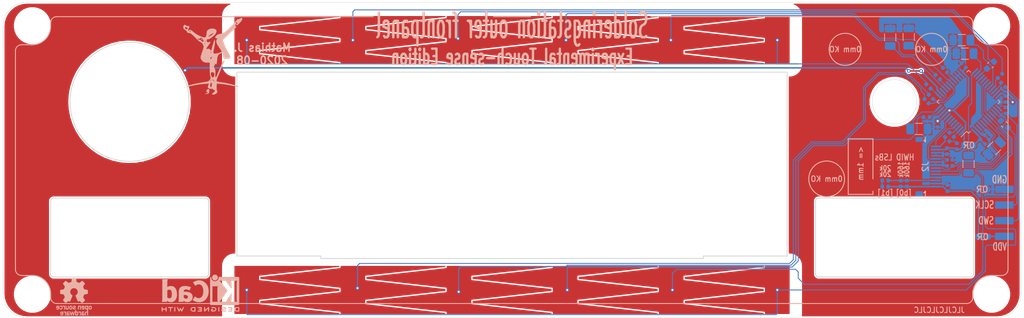
<source format=kicad_pcb>
(kicad_pcb (version 20171130) (host pcbnew 5.1.9-73d0e3b20d~88~ubuntu18.04.1)
  (layers (0 F.Cu signal) (31 B.Cu power) (34 B.Paste user hide) (35 F.Paste user hide) (36 B.SilkS user) (37 F.SilkS user) (38 B.Mask user) (39 F.Mask user) (44 Edge.Cuts user))
  (net 0 "")
  (net 1 "Net-(U1-Pad46)")
  (net 2 "Net-(U1-Pad29)")
  (net 3 "Net-(U1-Pad6)")
  (net 4 "Net-(U1-Pad5)")
  (net 5 GND)
  (net 6 "/Touch-sense controller/NRST")
  (net 7 VDD_IO)
  (net 8 "/Touch-sense controller/SWCLK")
  (net 9 "/Touch-sense controller/SWDIO")
  (net 10 "/Touch-sense controller/BOOT0")
  (net 11 "Net-(R10-Pad2)")
  (net 12 "Net-(R13-Pad2)")
  (net 13 "/Touch-sense controller/USART1_RX")
  (net 14 "/Touch-sense controller/USART1_TX")
  (net 15 "/Touch-sense controller/~AUX_IRQn~")
  (net 16 "/Touch-sense controller/HWID")
  (net 17 "Net-(J2-Pad15)")
  (net 18 "Net-(J2-Pad16)")
  (net 19 "/Touch-sense controller/G3_4")
  (net 20 "/Touch-sense controller/G5_1")
  (net 21 "/Touch-sense controller/G4_4")
  (net 22 "/Touch-sense controller/LTS1_5")
  (net 23 "/Touch-sense controller/LTS1_1")
  (net 24 "/Touch-sense controller/LTS1_4")
  (net 25 "/Touch-sense controller/LTS1_3")
  (net 26 "/Touch-sense controller/LTS1_2")
  (net 27 "/Touch-sense controller/LTS2_5")
  (net 28 "/Touch-sense controller/LTS2_1")
  (net 29 "/Touch-sense controller/LTS2_4")
  (net 30 "/Touch-sense controller/LTS2_3")
  (net 31 "/Touch-sense controller/LTS2_2")
  (net 32 "/Touch-sense controller/G3_2")
  (net 33 "/Touch-sense controller/G3_3")
  (net 34 "/Touch-sense controller/G1_2")
  (net 35 "/Touch-sense controller/G1_3")
  (net 36 "/Touch-sense controller/G5_2")
  (net 37 "/Touch-sense controller/G2_2")
  (net 38 "/Touch-sense controller/G2_3")
  (net 39 "/Touch-sense controller/G4_3")
  (net 40 "/Touch-sense controller/G6_2")
  (net 41 "/Touch-sense controller/G6_3")
  (net 42 "/Touch-sense controller/G5_4")
  (net 43 "/Touch-sense controller/G6_4")
  (net 44 "/Touch-sense controller/G2_4")
  (net 45 "/Touch-sense controller/G1_4")
  (net 46 "Net-(D1-Pad1)")
  (net 47 "Net-(D1-Pad2)")
  (net 48 "Net-(D1-Pad3)")
  (net 49 "Net-(R15-Pad1)")
  (module Resistor_SMD:R_0402_1005Metric (layer B.Cu) (at 210.5 77.75)
    (fp_text reference R21 hide)
    (fp_text value 20k (at 0 -2) (layer B.SilkS) (effects (font (size 0.8 0.7)) (justify mirror)))
    (pad 2 smd roundrect (at 0.485 0) (size 0.59 0.64) (layers B.Cu B.Paste B.Mask) (net 16 "/Touch-sense controller/HWID"))
    (pad 1 smd roundrect (at -0.485 0) (size 0.59 0.64) (layers B.Cu B.Paste B.Mask) (net 49 "Net-(R15-Pad1)"))
  )
  (module Resistor_SMD:R_0402_1005Metric (layer B.Cu) (at 213 78.25 90)
    (fp_text reference R16 hide)
    (fp_text value 160k (at 2.25 0 90) (layer B.SilkS) (effects (font (size 0.8 0.7)) (justify mirror)))
    (pad 2 smd roundrect (at 0.485 0 90) (size 0.59 0.64) (layers B.Cu B.Paste B.Mask) (net 16 "/Touch-sense controller/HWID"))
    (pad 1 smd roundrect (at -0.485 0 90) (size 0.59 0.64) (layers B.Cu B.Paste B.Mask) (net 7 VDD_IO))
  )
  (module Resistor_SMD:R_0402_1005Metric (layer B.Cu) (at 210.5 78.75)
    (fp_text reference R15 hide)
    (fp_text value 20k (at 0 -2) (layer B.SilkS) (effects (font (size 0.8 0.7)) (justify mirror)))
    (pad 2 smd roundrect (at 0.485 0) (size 0.59 0.64) (layers B.Cu B.Paste B.Mask) (net 7 VDD_IO))
    (pad 1 smd roundrect (at -0.485 0) (size 0.59 0.64) (layers B.Cu B.Paste B.Mask) (net 49 "Net-(R15-Pad1)"))
  )
  (module customlib_mj_fp:Frontpanel_L_Powerbtn_Pushbtns_outer_cutouts (layer B.Cu) (at 88 65 180)
    (fp_text reference M2)
    (fp_text value Mech_cutout_SS_left_pwrbtn_and_speedbtns)
    (fp_circle (center 0 0) (end 9.65 0) (layer Edge.Cuts) (width 0.12))
    (fp_line (start 12.3 -28.4) (end -12.3 -28.4) (layer Edge.Cuts) (width 0.12))
    (fp_line (start 12.8 -16.1) (end 12.8 -27.9) (layer Edge.Cuts) (width 0.12))
    (fp_line (start -12.3 -15.6) (end 12.3 -15.6) (layer Edge.Cuts) (width 0.12))
    (fp_line (start -12.8 -27.9) (end -12.8 -16.1) (layer Edge.Cuts) (width 0.12))
    (fp_arc (start -12.3 -27.9) (end -12.8 -27.9) (angle 90) (layer Edge.Cuts) (width 0.12))
    (fp_arc (start 12.3 -27.9) (end 12.3 -28.4) (angle 90) (layer Edge.Cuts) (width 0.12))
    (fp_arc (start 12.3 -16.1) (end 12.8 -16.1) (angle 90) (layer Edge.Cuts) (width 0.12))
    (fp_arc (start -12.3 -16.1) (end -12.3 -15.6) (angle 90) (layer Edge.Cuts) (width 0.12))
  )
  (module customlib_mj_fp:MountingHole_3.5mm_Hammond_panel_screws (layer F.Cu) (at 227.75 96.2)
    (fp_text reference H4 hide)
    (fp_text value MountingHole)
    (pad "" np_thru_hole circle (at 0 0) (size 3.5 3.5) (drill 3.5) (layers *.Cu *.Mask) (clearance 1.25))
  )
  (module customlib_mj_fp:MountingHole_3.5mm_Hammond_panel_screws (layer F.Cu) (at 72.25 96.2)
    (fp_text reference H3 hide)
    (fp_text value MountingHole)
    (pad "" np_thru_hole circle (at 0 0) (size 3.5 3.5) (drill 3.5) (layers *.Cu *.Mask) (clearance 1.25))
  )
  (module customlib_mj_fp:MountingHole_3.5mm_Hammond_panel_screws (layer F.Cu) (at 227.75 52.67)
    (fp_text reference H2 hide)
    (fp_text value MountingHole)
    (pad "" np_thru_hole circle (at 0 0) (size 3.5 3.5) (drill 3.5) (layers *.Cu *.Mask) (clearance 1.25))
  )
  (module customlib_mj_fp:MountingHole_3.5mm_Hammond_panel_screws (layer F.Cu) (at 72.25 52.67)
    (fp_text reference H1 hide)
    (fp_text value MountingHole)
    (pad "" np_thru_hole circle (at 0 0) (size 3.5 3.5) (drill 3.5) (layers *.Cu *.Mask) (clearance 1.25))
  )
  (module customlib_mj_fp:NHD3_12-Reverse_Bezel (layer F.Cu) (at 150 74.5)
    (fp_text reference M1)
    (fp_text value NHD3.12-Mechanical_window)
    (fp_line (start -31 15.9) (end 31 15.9) (layer Edge.Cuts) (width 0.12))
    (fp_line (start 31 15.9) (end 31 15.5) (layer Edge.Cuts) (width 0.12))
    (fp_line (start -31 15.5) (end -31 15.9) (layer Edge.Cuts) (width 0.12))
    (fp_line (start 31 15.5) (end 44.6 15.5) (layer Edge.Cuts) (width 0.12))
    (fp_line (start 44.6 15.5) (end 44.6 -14.3) (layer Edge.Cuts) (width 0.12))
    (fp_line (start 44.6 -14.3) (end -44.6 -14.3) (layer Edge.Cuts) (width 0.12))
    (fp_line (start -44.6 -14.3) (end -44.6 15.5) (layer Edge.Cuts) (width 0.12))
    (fp_line (start -44.6 15.5) (end -31 15.5) (layer Edge.Cuts) (width 0.12))
  )
  (module customlib_mj_fp:SX_0402_RGB-CA-06 (layer B.Cu) (at 220.9 70.7 315)
    (fp_text reference D1 hide)
    (fp_text value SX_0402_RGB-LED_CA)
    (pad 1 smd rect (at 0.5 0.5 315) (size 0.6 0.6) (layers B.Cu B.Paste B.Mask) (net 46 "Net-(D1-Pad1)"))
    (pad 2 smd rect (at 0.5 -0.5 315) (size 0.6 0.6) (layers B.Cu B.Paste B.Mask) (net 47 "Net-(D1-Pad2)"))
    (pad 3 smd rect (at -0.5 -0.5 315) (size 0.6 0.6) (layers B.Cu B.Paste B.Mask) (net 48 "Net-(D1-Pad3)"))
    (pad 4 smd rect (at -0.5 0.5 315) (size 0.6 0.6) (layers B.Cu B.Paste B.Mask) (net 15 "/Touch-sense controller/~AUX_IRQn~"))
  )
  (module Resistor_SMD:R_0603_1608Metric (layer B.Cu) (at 224.05 72.05)
    (fp_text reference R14 hide)
    (fp_text value 0R (at 0 0) (layer B.SilkS) (effects (justify mirror)))
    (pad 2 smd roundrect (at 0.7875 0) (size 0.875 0.95) (layers B.Cu B.Paste B.Mask) (net 7 VDD_IO))
    (pad 1 smd roundrect (at -0.7875 0) (size 0.875 0.95) (layers B.Cu B.Paste B.Mask) (net 7 VDD_IO))
  )
  (module Resistor_SMD:R_0402_1005Metric (layer B.Cu) (at 222.1 72.2 270)
    (fp_text reference R20 hide)
    (fp_text value 1k)
    (pad 2 smd roundrect (at 0.485 0 270) (size 0.59 0.64) (layers B.Cu B.Paste B.Mask) (net 7 VDD_IO))
    (pad 1 smd roundrect (at -0.485 0 270) (size 0.59 0.64) (layers B.Cu B.Paste B.Mask) (net 46 "Net-(D1-Pad1)"))
  )
  (module Symbol:KiCad-Logo2_5mm_SilkScreen (layer B.Cu) (at 99.5 96 180)
    (fp_text reference Logo3 hide)
    (fp_text value Logo_Kicad hide)
  )
  (module Symbol:OSHW-Logo_5.7x6mm_SilkScreen (layer B.Cu) (at 79 96.6 180)
    (fp_text reference Logo2 hide)
    (fp_text value Logo_Open_Hardware_Small hide)
  )
  (module customlib_mj_fp:MJ_10.3x12.7 (layer B.Cu) (at 101.5 57.5 180)
    (fp_text reference Logo1 hide)
    (fp_text value Logo_MJ hide)
  )
  (module Resistor_SMD:R_0402_1005Metric (layer B.Cu) (at 229.6 62.25 135)
    (fp_text reference R10 hide)
    (fp_text value 1k)
    (pad 2 smd roundrect (at 0.485 0 135) (size 0.59 0.64) (layers B.Cu B.Paste B.Mask) (net 11 "Net-(R10-Pad2)"))
    (pad 1 smd roundrect (at -0.485 0 135) (size 0.59 0.64) (layers B.Cu B.Paste B.Mask) (net 9 "/Touch-sense controller/SWDIO"))
  )
  (module customlib_mj_fp:Frontpanel_R_RotaryEnc_Pushbtns_outer_cutouts (layer B.Cu) (at 212 65 180)
    (fp_text reference M3)
    (fp_text value Mech_cutout_SS_right_rotary_and_speedbtns)
    (fp_circle (center 0 0) (end 3.55 0) (layer Edge.Cuts) (width 0.12))
    (fp_line (start 12.3 -28.4) (end -12.3 -28.4) (layer Edge.Cuts) (width 0.12))
    (fp_line (start 12.8 -16.1) (end 12.8 -27.9) (layer Edge.Cuts) (width 0.12))
    (fp_line (start -12.3 -15.6) (end 12.3 -15.6) (layer Edge.Cuts) (width 0.12))
    (fp_line (start -12.8 -27.9) (end -12.8 -16.1) (layer Edge.Cuts) (width 0.12))
    (fp_arc (start -12.3 -27.9) (end -12.8 -27.9) (angle 90) (layer Edge.Cuts) (width 0.12))
    (fp_arc (start 12.3 -27.9) (end 12.3 -28.4) (angle 90) (layer Edge.Cuts) (width 0.12))
    (fp_arc (start 12.3 -16.1) (end 12.8 -16.1) (angle 90) (layer Edge.Cuts) (width 0.12))
    (fp_arc (start -12.3 -16.1) (end -12.3 -15.6) (angle 90) (layer Edge.Cuts) (width 0.12))
    (pad "" np_thru_hole circle (at 0 0 180) (size 7.1 7.1) (drill 7.1) (layers *.Cu *.Mask) (clearance 0.5))
  )
  (module customlib_mj_fp:Touchsensor_linear_slider-5ch_H_90x8mm (layer F.Cu) (at 150 95.5)
    (fp_text reference LTS2 hide)
    (fp_text value Touchsensor_linear_5ch_H)
    (pad 5 smd custom (at 25.8 0) (size 4 7.8) (layers F.Cu) (net 27 "/Touch-sense controller/LTS2_5") (clearance 1) (options (clearance outline) (anchor rect)) (primitives (gr_poly (pts (xy 2 -3.9) (xy 15 -3.9) (xy 15 -3.75) (xy 2 -2.3)) (width 0)) (gr_poly (pts (xy 2 -1.6) (xy 15 -0.15) (xy 15 0.15) (xy 2 1.6)) (width 0)) (gr_poly (pts (xy 2 2.3) (xy 15 3.75) (xy 15 3.9) (xy 2 3.9)) (width 0)) (gr_poly (pts (xy -2 -0.35) (xy -15 -1.8) (xy -15 -2.1) (xy -2 -3.55)) (width 0)) (gr_poly (pts (xy -2 3.55) (xy -15 2.1) (xy -15 1.8) (xy -2 0.35)) (width 0))))
    (pad 1 smd custom (at 43 0) (size 4 7.8) (layers F.Cu) (net 28 "/Touch-sense controller/LTS2_1") (clearance 2) (options (clearance outline) (anchor rect)) (primitives (gr_poly (pts (xy -2 -0.35) (xy -15 -1.8) (xy -15 -2.1) (xy -2 -3.55)) (width 0)) (gr_poly (pts (xy -2 3.55) (xy -15 2.1) (xy -15 1.8) (xy -2 0.35)) (width 0))))
    (pad 4 smd custom (at 8.6 0) (size 4 7.8) (layers F.Cu) (net 29 "/Touch-sense controller/LTS2_4") (clearance 1) (options (clearance outline) (anchor rect)) (primitives (gr_poly (pts (xy 2 -3.9) (xy 15 -3.9) (xy 15 -3.75) (xy 2 -2.3)) (width 0)) (gr_poly (pts (xy 2 -1.6) (xy 15 -0.15) (xy 15 0.15) (xy 2 1.6)) (width 0)) (gr_poly (pts (xy 2 2.3) (xy 15 3.75) (xy 15 3.9) (xy 2 3.9)) (width 0)) (gr_poly (pts (xy -2 -0.35) (xy -15 -1.8) (xy -15 -2.1) (xy -2 -3.55)) (width 0)) (gr_poly (pts (xy -2 3.55) (xy -15 2.1) (xy -15 1.8) (xy -2 0.35)) (width 0))))
    (pad 3 smd custom (at -8.6 0) (size 4 7.8) (layers F.Cu) (net 30 "/Touch-sense controller/LTS2_3") (clearance 1) (options (clearance outline) (anchor rect)) (primitives (gr_poly (pts (xy 2 -3.9) (xy 15 -3.9) (xy 15 -3.75) (xy 2 -2.3)) (width 0)) (gr_poly (pts (xy 2 -1.6) (xy 15 -0.15) (xy 15 0.15) (xy 2 1.6)) (width 0)) (gr_poly (pts (xy 2 2.3) (xy 15 3.75) (xy 15 3.9) (xy 2 3.9)) (width 0)) (gr_poly (pts (xy -2 -0.35) (xy -15 -1.8) (xy -15 -2.1) (xy -2 -3.55)) (width 0)) (gr_poly (pts (xy -2 3.55) (xy -15 2.1) (xy -15 1.8) (xy -2 0.35)) (width 0))))
    (pad 2 smd custom (at -25.8 0) (size 4 7.8) (layers F.Cu) (net 31 "/Touch-sense controller/LTS2_2") (clearance 1) (options (clearance outline) (anchor rect)) (primitives (gr_poly (pts (xy 2 -3.9) (xy 15 -3.9) (xy 15 -3.75) (xy 2 -2.3)) (width 0)) (gr_poly (pts (xy 2 -1.6) (xy 15 -0.15) (xy 15 0.15) (xy 2 1.6)) (width 0)) (gr_poly (pts (xy 2 2.3) (xy 15 3.75) (xy 15 3.9) (xy 2 3.9)) (width 0)) (gr_poly (pts (xy -2 -0.35) (xy -15 -1.8) (xy -15 -2.1) (xy -2 -3.55)) (width 0)) (gr_poly (pts (xy -2 3.55) (xy -15 2.1) (xy -15 1.8) (xy -2 0.35)) (width 0))))
    (pad 1 smd custom (at -43 0) (size 4 7.8) (layers F.Cu) (net 28 "/Touch-sense controller/LTS2_1") (clearance 2) (options (clearance outline) (anchor rect)) (primitives (gr_poly (pts (xy 2 -3.9) (xy 15 -3.9) (xy 15 -3.75) (xy 2 -2.3)) (width 0)) (gr_poly (pts (xy 2 -1.6) (xy 15 -0.15) (xy 15 0.15) (xy 2 1.6)) (width 0)) (gr_poly (pts (xy 2 2.3) (xy 15 3.75) (xy 15 3.9) (xy 2 3.9)) (width 0))))
  )
  (module customlib_mj_fp:Touchsensor_linear_slider-5ch_H_90x8mm (layer F.Cu) (at 150 55)
    (fp_text reference LTS1 hide)
    (fp_text value Touchsensor_linear_5ch_H)
    (pad 5 smd custom (at 25.8 0) (size 4 7.8) (layers F.Cu) (net 22 "/Touch-sense controller/LTS1_5") (clearance 1) (options (clearance outline) (anchor rect)) (primitives (gr_poly (pts (xy 2 -3.9) (xy 15 -3.9) (xy 15 -3.75) (xy 2 -2.3)) (width 0)) (gr_poly (pts (xy 2 -1.6) (xy 15 -0.15) (xy 15 0.15) (xy 2 1.6)) (width 0)) (gr_poly (pts (xy 2 2.3) (xy 15 3.75) (xy 15 3.9) (xy 2 3.9)) (width 0)) (gr_poly (pts (xy -2 -0.35) (xy -15 -1.8) (xy -15 -2.1) (xy -2 -3.55)) (width 0)) (gr_poly (pts (xy -2 3.55) (xy -15 2.1) (xy -15 1.8) (xy -2 0.35)) (width 0))))
    (pad 1 smd custom (at 43 0) (size 4 7.8) (layers F.Cu) (net 23 "/Touch-sense controller/LTS1_1") (clearance 2) (options (clearance outline) (anchor rect)) (primitives (gr_poly (pts (xy -2 -0.35) (xy -15 -1.8) (xy -15 -2.1) (xy -2 -3.55)) (width 0)) (gr_poly (pts (xy -2 3.55) (xy -15 2.1) (xy -15 1.8) (xy -2 0.35)) (width 0))))
    (pad 4 smd custom (at 8.6 0) (size 4 7.8) (layers F.Cu) (net 24 "/Touch-sense controller/LTS1_4") (clearance 1) (options (clearance outline) (anchor rect)) (primitives (gr_poly (pts (xy 2 -3.9) (xy 15 -3.9) (xy 15 -3.75) (xy 2 -2.3)) (width 0)) (gr_poly (pts (xy 2 -1.6) (xy 15 -0.15) (xy 15 0.15) (xy 2 1.6)) (width 0)) (gr_poly (pts (xy 2 2.3) (xy 15 3.75) (xy 15 3.9) (xy 2 3.9)) (width 0)) (gr_poly (pts (xy -2 -0.35) (xy -15 -1.8) (xy -15 -2.1) (xy -2 -3.55)) (width 0)) (gr_poly (pts (xy -2 3.55) (xy -15 2.1) (xy -15 1.8) (xy -2 0.35)) (width 0))))
    (pad 3 smd custom (at -8.6 0) (size 4 7.8) (layers F.Cu) (net 25 "/Touch-sense controller/LTS1_3") (clearance 1) (options (clearance outline) (anchor rect)) (primitives (gr_poly (pts (xy 2 -3.9) (xy 15 -3.9) (xy 15 -3.75) (xy 2 -2.3)) (width 0)) (gr_poly (pts (xy 2 -1.6) (xy 15 -0.15) (xy 15 0.15) (xy 2 1.6)) (width 0)) (gr_poly (pts (xy 2 2.3) (xy 15 3.75) (xy 15 3.9) (xy 2 3.9)) (width 0)) (gr_poly (pts (xy -2 -0.35) (xy -15 -1.8) (xy -15 -2.1) (xy -2 -3.55)) (width 0)) (gr_poly (pts (xy -2 3.55) (xy -15 2.1) (xy -15 1.8) (xy -2 0.35)) (width 0))))
    (pad 2 smd custom (at -25.8 0) (size 4 7.8) (layers F.Cu) (net 26 "/Touch-sense controller/LTS1_2") (clearance 1) (options (clearance outline) (anchor rect)) (primitives (gr_poly (pts (xy 2 -3.9) (xy 15 -3.9) (xy 15 -3.75) (xy 2 -2.3)) (width 0)) (gr_poly (pts (xy 2 -1.6) (xy 15 -0.15) (xy 15 0.15) (xy 2 1.6)) (width 0)) (gr_poly (pts (xy 2 2.3) (xy 15 3.75) (xy 15 3.9) (xy 2 3.9)) (width 0)) (gr_poly (pts (xy -2 -0.35) (xy -15 -1.8) (xy -15 -2.1) (xy -2 -3.55)) (width 0)) (gr_poly (pts (xy -2 3.55) (xy -15 2.1) (xy -15 1.8) (xy -2 0.35)) (width 0))))
    (pad 1 smd custom (at -43 0) (size 4 7.8) (layers F.Cu) (net 23 "/Touch-sense controller/LTS1_1") (clearance 2) (options (clearance outline) (anchor rect)) (primitives (gr_poly (pts (xy 2 -3.9) (xy 15 -3.9) (xy 15 -3.75) (xy 2 -2.3)) (width 0)) (gr_poly (pts (xy 2 -1.6) (xy 15 -0.15) (xy 15 0.15) (xy 2 1.6)) (width 0)) (gr_poly (pts (xy 2 2.3) (xy 15 3.75) (xy 15 3.9) (xy 2 3.9)) (width 0))))
  )
  (module Resistor_SMD:R_0603_1608Metric (layer B.Cu) (at 229.8 68.65 135)
    (fp_text reference R8 hide)
    (fp_text value 1k)
    (pad 2 smd roundrect (at 0.7875 0 135) (size 0.875 0.95) (layers B.Cu B.Paste B.Mask) (net 36 "/Touch-sense controller/G5_2"))
    (pad 1 smd roundrect (at -0.7875 0 135) (size 0.875 0.95) (layers B.Cu B.Paste B.Mask) (net 28 "/Touch-sense controller/LTS2_1"))
  )
  (module Resistor_SMD:R_0603_1608Metric (layer B.Cu) (at 226.3 79.2)
    (fp_text reference R19 hide)
    (fp_text value 0R (at -0.1 0) (layer B.SilkS) (effects (justify mirror)))
    (pad 2 smd roundrect (at 0.7875 0) (size 0.875 0.95) (layers B.Cu B.Paste B.Mask) (net 5 GND))
    (pad 1 smd roundrect (at -0.7875 0) (size 0.875 0.95) (layers B.Cu B.Paste B.Mask) (net 5 GND))
  )
  (module Resistor_SMD:R_0603_1608Metric (layer B.Cu) (at 226.4 86.85)
    (fp_text reference R18 hide)
    (fp_text value 0R (at -0.1 0.05) (layer B.SilkS) (effects (justify mirror)))
    (pad 2 smd roundrect (at 0.7875 0) (size 0.875 0.95) (layers B.Cu B.Paste B.Mask) (net 7 VDD_IO))
    (pad 1 smd roundrect (at -0.7875 0) (size 0.875 0.95) (layers B.Cu B.Paste B.Mask) (net 7 VDD_IO))
  )
  (module Resistor_SMD:R_1206_3216Metric (layer B.Cu) (at 224 75.1 90)
    (fp_text reference R12 hide)
    (fp_text value 1k)
    (pad 2 smd roundrect (at 1.4 0 90) (size 1.25 1.75) (layers B.Cu B.Paste B.Mask) (roundrect_rratio 0.2) (net 40 "/Touch-sense controller/G6_2"))
    (pad 1 smd roundrect (at -1.4 0 90) (size 1.25 1.75) (layers B.Cu B.Paste B.Mask) (roundrect_rratio 0.2) (net 27 "/Touch-sense controller/LTS2_5"))
  )
  (module Resistor_SMD:R_0603_1608Metric (layer B.Cu) (at 227.55 59.05 225)
    (fp_text reference R11 hide)
    (fp_text value 1k)
    (pad 2 smd roundrect (at 0.7875 0 225) (size 0.875 0.95) (layers B.Cu B.Paste B.Mask) (net 43 "/Touch-sense controller/G6_4"))
    (pad 1 smd roundrect (at -0.7875 0 225) (size 0.875 0.95) (layers B.Cu B.Paste B.Mask) (net 25 "/Touch-sense controller/LTS1_3"))
  )
  (module Resistor_SMD:R_0402_1005Metric (layer B.Cu) (at 230 66.4 90)
    (fp_text reference R13 hide)
    (fp_text value 1k)
    (pad 2 smd roundrect (at 0.485 0 90) (size 0.59 0.64) (layers B.Cu B.Paste B.Mask) (net 12 "Net-(R13-Pad2)"))
    (pad 1 smd roundrect (at -0.485 0 90) (size 0.59 0.64) (layers B.Cu B.Paste B.Mask) (net 8 "/Touch-sense controller/SWCLK"))
  )
  (module Capacitor_SMD:C_0402_1005Metric (layer B.Cu) (at 223.2 59.1 135)
    (fp_text reference C15 hide)
    (fp_text value 100n)
    (pad 2 smd roundrect (at 0.485 0 135) (size 0.59 0.64) (layers B.Cu B.Paste B.Mask) (net 5 GND))
    (pad 1 smd roundrect (at -0.485 0 135) (size 0.59 0.64) (layers B.Cu B.Paste B.Mask) (net 7 VDD_IO))
  )
  (module Capacitor_SMD:C_0402_1005Metric (layer B.Cu) (at 230 64.55 270)
    (fp_text reference C14 hide)
    (fp_text value 100n)
    (pad 2 smd roundrect (at 0.485 0 270) (size 0.59 0.64) (layers B.Cu B.Paste B.Mask) (net 5 GND))
    (pad 1 smd roundrect (at -0.485 0 270) (size 0.59 0.64) (layers B.Cu B.Paste B.Mask) (net 7 VDD_IO))
  )
  (module Capacitor_SMD:C_0402_1005Metric (layer B.Cu) (at 226.25 70.75 45)
    (fp_text reference C13 hide)
    (fp_text value 100n)
    (pad 2 smd roundrect (at 0.485 0 45) (size 0.59 0.64) (layers B.Cu B.Paste B.Mask) (net 5 GND))
    (pad 1 smd roundrect (at -0.485 0 45) (size 0.59 0.64) (layers B.Cu B.Paste B.Mask) (net 7 VDD_IO))
  )
  (module Capacitor_SMD:C_0402_1005Metric (layer B.Cu) (at 219 68.6 270)
    (fp_text reference C12 hide)
    (fp_text value 100n)
    (pad 2 smd roundrect (at 0.485 0 270) (size 0.59 0.64) (layers B.Cu B.Paste B.Mask) (net 5 GND))
    (pad 1 smd roundrect (at -0.485 0 270) (size 0.59 0.64) (layers B.Cu B.Paste B.Mask) (net 7 VDD_IO))
  )
  (module Capacitor_SMD:C_0402_1005Metric (layer B.Cu) (at 220.6 79 90)
    (fp_text reference C3 hide)
    (fp_text value 100n)
    (pad 2 smd roundrect (at 0.485 0 90) (size 0.59 0.64) (layers B.Cu B.Paste B.Mask) (net 5 GND))
    (pad 1 smd roundrect (at -0.485 0 90) (size 0.59 0.64) (layers B.Cu B.Paste B.Mask) (net 7 VDD_IO))
  )
  (module Capacitor_SMD:C_0402_1005Metric (layer B.Cu) (at 220.5 74.9 270)
    (fp_text reference C1 hide)
    (fp_text value 100n)
    (pad 2 smd roundrect (at 0.485 0 270) (size 0.59 0.64) (layers B.Cu B.Paste B.Mask) (net 5 GND))
    (pad 1 smd roundrect (at -0.485 0 270) (size 0.59 0.64) (layers B.Cu B.Paste B.Mask) (net 6 "/Touch-sense controller/NRST"))
  )
  (module Capacitor_SMD:C_0402_1005Metric (layer B.Cu) (at 220.5 73 270)
    (fp_text reference C2 hide)
    (fp_text value 10u)
    (pad 2 smd roundrect (at 0.485 0 270) (size 0.59 0.64) (layers B.Cu B.Paste B.Mask) (net 5 GND))
    (pad 1 smd roundrect (at -0.485 0 270) (size 0.59 0.64) (layers B.Cu B.Paste B.Mask) (net 7 VDD_IO))
  )
  (module Capacitor_SMD:C_0402_1005Metric (layer B.Cu) (at 227 71.5 45)
    (fp_text reference C17 hide)
    (fp_text value 10u)
    (pad 2 smd roundrect (at 0.485 0 45) (size 0.59 0.64) (layers B.Cu B.Paste B.Mask) (net 5 GND))
    (pad 1 smd roundrect (at -0.485 0 45) (size 0.59 0.64) (layers B.Cu B.Paste B.Mask) (net 7 VDD_IO))
  )
  (module Capacitor_SMD:C_1206_3216Metric (layer B.Cu) (at 223.4 57.2 180)
    (fp_text reference C4 hide)
    (fp_text value 47nF_COG)
    (pad 2 smd roundrect (at 1.4 0 180) (size 1.25 1.75) (layers B.Cu B.Paste B.Mask) (roundrect_rratio 0.2) (net 5 GND))
    (pad 1 smd roundrect (at -1.4 0 180) (size 1.25 1.75) (layers B.Cu B.Paste B.Mask) (roundrect_rratio 0.2) (net 41 "/Touch-sense controller/G6_3"))
  )
  (module Resistor_SMD:R_0402_1005Metric (layer B.Cu) (at 214 78.25 270)
    (fp_text reference R17 hide)
    (fp_text value 160k (at -2.25 0 90) (layer B.SilkS) (effects (font (size 0.8 0.7)) (justify mirror)))
    (pad 2 smd roundrect (at 0.485 0 270) (size 0.59 0.64) (layers B.Cu B.Paste B.Mask) (net 7 VDD_IO))
    (pad 1 smd roundrect (at -0.485 0 270) (size 0.59 0.64) (layers B.Cu B.Paste B.Mask) (net 16 "/Touch-sense controller/HWID"))
  )
  (module Resistor_SMD:R_0402_1005Metric (layer B.Cu) (at 219 61 315)
    (fp_text reference R9 hide)
    (fp_text value 1k)
    (pad 2 smd roundrect (at 0.485 0 315) (size 0.59 0.64) (layers B.Cu B.Paste B.Mask) (net 44 "/Touch-sense controller/G2_4"))
    (pad 1 smd roundrect (at -0.485 0 315) (size 0.59 0.64) (layers B.Cu B.Paste B.Mask) (net 22 "/Touch-sense controller/LTS1_5"))
  )
  (module Resistor_SMD:R_0402_1005Metric (layer B.Cu) (at 217.9 64.2 315)
    (fp_text reference R7 hide)
    (fp_text value 1k)
    (pad 2 smd roundrect (at 0.485 0 315) (size 0.59 0.64) (layers B.Cu B.Paste B.Mask) (net 37 "/Touch-sense controller/G2_2"))
    (pad 1 smd roundrect (at -0.485 0 315) (size 0.59 0.64) (layers B.Cu B.Paste B.Mask) (net 31 "/Touch-sense controller/LTS2_2"))
  )
  (module Resistor_SMD:R_0402_1005Metric (layer B.Cu) (at 229.1 60.8 225)
    (fp_text reference R6 hide)
    (fp_text value 1k)
    (pad 2 smd roundrect (at 0.485 0 225) (size 0.59 0.64) (layers B.Cu B.Paste B.Mask) (net 21 "/Touch-sense controller/G4_4"))
    (pad 1 smd roundrect (at -0.485 0 225) (size 0.59 0.64) (layers B.Cu B.Paste B.Mask) (net 26 "/Touch-sense controller/LTS1_2"))
  )
  (module Resistor_SMD:R_0402_1005Metric (layer B.Cu) (at 217.5 62.5 315)
    (fp_text reference R5 hide)
    (fp_text value 1k)
    (pad 2 smd roundrect (at 0.485 0 315) (size 0.59 0.64) (layers B.Cu B.Paste B.Mask) (net 45 "/Touch-sense controller/G1_4"))
    (pad 1 smd roundrect (at -0.485 0 315) (size 0.59 0.64) (layers B.Cu B.Paste B.Mask) (net 23 "/Touch-sense controller/LTS1_1"))
  )
  (module Resistor_SMD:R_0402_1005Metric (layer B.Cu) (at 217.2 67.5)
    (fp_text reference R4 hide)
    (fp_text value 1k)
    (pad 2 smd roundrect (at 0.485 0) (size 0.59 0.64) (layers B.Cu B.Paste B.Mask) (net 34 "/Touch-sense controller/G1_2"))
    (pad 1 smd roundrect (at -0.485 0) (size 0.59 0.64) (layers B.Cu B.Paste B.Mask) (net 29 "/Touch-sense controller/LTS2_4"))
  )
  (module Resistor_SMD:R_0402_1005Metric (layer B.Cu) (at 217.2 64.9 315)
    (fp_text reference R3 hide)
    (fp_text value 1k)
    (pad 2 smd roundrect (at 0.485 0 315) (size 0.59 0.64) (layers B.Cu B.Paste B.Mask) (net 32 "/Touch-sense controller/G3_2"))
    (pad 1 smd roundrect (at -0.485 0 315) (size 0.59 0.64) (layers B.Cu B.Paste B.Mask) (net 30 "/Touch-sense controller/LTS2_3"))
  )
  (module Resistor_SMD:R_0402_1005Metric (layer B.Cu) (at 220.2 59.85 315)
    (fp_text reference R2 hide)
    (fp_text value 1k)
    (pad 2 smd roundrect (at 0.485 0 315) (size 0.59 0.64) (layers B.Cu B.Paste B.Mask) (net 19 "/Touch-sense controller/G3_4"))
    (pad 1 smd roundrect (at -0.485 0 315) (size 0.59 0.64) (layers B.Cu B.Paste B.Mask) (net 24 "/Touch-sense controller/LTS1_4"))
  )
  (module Resistor_SMD:R_0402_1005Metric (layer B.Cu) (at 221.4 74.9 90)
    (fp_text reference R1 hide)
    (fp_text value 10k)
    (pad 2 smd roundrect (at 0.485 0 90) (size 0.59 0.64) (layers B.Cu B.Paste B.Mask) (net 5 GND))
    (pad 1 smd roundrect (at -0.485 0 90) (size 0.59 0.64) (layers B.Cu B.Paste B.Mask) (net 10 "/Touch-sense controller/BOOT0"))
  )
  (module customlib_mj_fp:4pin_SWD_SMT_100mil (layer B.Cu) (at 229.8 83 90)
    (fp_text reference J1 hide)
    (fp_text value Conn_01x04)
    (fp_text user GND (at 5.4 -2.1 180) (layer B.SilkS) (effects (font (size 1.2 0.8) (thickness 0.16)) (justify right mirror)))
    (fp_text user SCLK (at 1.3 -4.8 180) (layer B.SilkS) (effects (font (size 1.2 0.8) (thickness 0.16)) (justify right mirror)))
    (fp_text user SWD (at -1.27 -4.3 180) (layer B.SilkS) (effects (font (size 1.2 0.8) (thickness 0.16)) (justify right mirror)))
    (fp_text user VDD (at -5.5 -2 180) (layer B.SilkS) (effects (font (size 1.2 0.8) (thickness 0.16)) (justify right mirror)))
    (pad 4 smd rect (at 3.81 0 90) (size 1.2 3) (layers B.Cu B.Mask) (net 5 GND))
    (pad 3 smd rect (at 1.27 0 90) (size 1.2 3) (layers B.Cu B.Mask) (net 8 "/Touch-sense controller/SWCLK"))
    (pad 2 smd rect (at -1.27 0 90) (size 1.2 3) (layers B.Cu B.Mask) (net 9 "/Touch-sense controller/SWDIO"))
    (pad 1 smd rect (at -3.81 0 90) (size 1.2 3) (layers B.Cu B.Mask) (net 7 VDD_IO))
  )
  (module Capacitor_SMD:C_1206_3216Metric (layer B.Cu) (at 228.15 72.55 225)
    (fp_text reference C10 hide)
    (fp_text value 47nF_COG)
    (pad 2 smd roundrect (at 1.4 0 225) (size 1.25 1.75) (layers B.Cu B.Paste B.Mask) (roundrect_rratio 0.2) (net 5 GND))
    (pad 1 smd roundrect (at -1.4 0 225) (size 1.25 1.75) (layers B.Cu B.Paste B.Mask) (roundrect_rratio 0.2) (net 42 "/Touch-sense controller/G5_4"))
  )
  (module Capacitor_SMD:C_1206_3216Metric (layer B.Cu) (at 222.9 55 180)
    (fp_text reference C9 hide)
    (fp_text value 47nF_COG)
    (pad 2 smd roundrect (at 1.4 0 180) (size 1.25 1.75) (layers B.Cu B.Paste B.Mask) (roundrect_rratio 0.2) (net 5 GND))
    (pad 1 smd roundrect (at -1.4 0 180) (size 1.25 1.75) (layers B.Cu B.Paste B.Mask) (roundrect_rratio 0.2) (net 39 "/Touch-sense controller/G4_3"))
  )
  (module Capacitor_SMD:C_1206_3216Metric (layer B.Cu) (at 214.3 54.5 90)
    (fp_text reference C8 hide)
    (fp_text value 47nF_COG)
    (pad 2 smd roundrect (at 1.4 0 90) (size 1.25 1.75) (layers B.Cu B.Paste B.Mask) (roundrect_rratio 0.2) (net 5 GND))
    (pad 1 smd roundrect (at -1.4 0 90) (size 1.25 1.75) (layers B.Cu B.Paste B.Mask) (roundrect_rratio 0.2) (net 33 "/Touch-sense controller/G3_3"))
  )
  (module Capacitor_SMD:C_1206_3216Metric (layer B.Cu) (at 211.3 54.55 90)
    (fp_text reference C7 hide)
    (fp_text value 47nF_COG)
    (pad 2 smd roundrect (at 1.4 0 90) (size 1.25 1.75) (layers B.Cu B.Paste B.Mask) (roundrect_rratio 0.2) (net 5 GND))
    (pad 1 smd roundrect (at -1.4 0 90) (size 1.25 1.75) (layers B.Cu B.Paste B.Mask) (roundrect_rratio 0.2) (net 38 "/Touch-sense controller/G2_3"))
  )
  (module Capacitor_SMD:C_1206_3216Metric (layer B.Cu) (at 215.95 69.4)
    (fp_text reference C6 hide)
    (fp_text value 47nF_COG)
    (pad 2 smd roundrect (at 1.4 0) (size 1.25 1.75) (layers B.Cu B.Paste B.Mask) (roundrect_rratio 0.2) (net 5 GND))
    (pad 1 smd roundrect (at -1.4 0) (size 1.25 1.75) (layers B.Cu B.Paste B.Mask) (roundrect_rratio 0.2) (net 35 "/Touch-sense controller/G1_3"))
  )
  (module customlib_mj_fp:FPC_14p_05mm-WE_687114182122 (layer B.Cu) (at 218.5 75.5 90)
    (fp_text reference J2 (at 0 -1.5 90) (layer B.SilkS) (effects (justify mirror)))
    (fp_text value FFC_conn_14p)
    (pad 1 smd rect (at -3.25 0.2 90) (size 0.3 1.6) (layers B.Cu B.Paste B.Mask) (net 7 VDD_IO))
    (pad 2 smd rect (at -2.75 0.2 90) (size 0.3 1.6) (layers B.Cu B.Paste B.Mask) (net 5 GND))
    (pad 3 smd rect (at -2.25 0.2 90) (size 0.3 1.6) (layers B.Cu B.Paste B.Mask) (net 16 "/Touch-sense controller/HWID"))
    (pad 4 smd rect (at -1.75 0.2 90) (size 0.3 1.6) (layers B.Cu B.Paste B.Mask) (net 5 GND))
    (pad 5 smd rect (at -1.25 0.2 90) (size 0.3 1.6) (layers B.Cu B.Paste B.Mask) (net 13 "/Touch-sense controller/USART1_RX"))
    (pad 6 smd rect (at -0.75 0.2 90) (size 0.3 1.6) (layers B.Cu B.Paste B.Mask) (net 14 "/Touch-sense controller/USART1_TX"))
    (pad 7 smd rect (at -0.25 0.2 90) (size 0.3 1.6) (layers B.Cu B.Paste B.Mask) (net 10 "/Touch-sense controller/BOOT0"))
    (pad 8 smd rect (at 0.25 0.2 90) (size 0.3 1.6) (layers B.Cu B.Paste B.Mask) (net 5 GND))
    (pad 9 smd rect (at 0.75 0.2 90) (size 0.3 1.6) (layers B.Cu B.Paste B.Mask) (net 5 GND))
    (pad 10 smd rect (at 1.25 0.2 90) (size 0.3 1.6) (layers B.Cu B.Paste B.Mask) (net 6 "/Touch-sense controller/NRST"))
    (pad 11 smd rect (at 1.75 0.2 90) (size 0.3 1.6) (layers B.Cu B.Paste B.Mask) (net 5 GND))
    (pad 12 smd rect (at 2.25 0.2 90) (size 0.3 1.6) (layers B.Cu B.Paste B.Mask) (net 5 GND))
    (pad 13 smd rect (at 2.75 0.2 90) (size 0.3 1.6) (layers B.Cu B.Paste B.Mask) (net 7 VDD_IO))
    (pad 14 smd rect (at 3.25 0.2 90) (size 0.3 1.6) (layers B.Cu B.Paste B.Mask) (net 15 "/Touch-sense controller/~AUX_IRQn~"))
    (pad 15 smd rect (at -4.4 -2.5 90) (size 0.8 1.2) (layers B.Cu B.Paste B.Mask) (net 17 "Net-(J2-Pad15)"))
    (pad 16 smd rect (at 4.4 -2.5 90) (size 0.8 1.2) (layers B.Cu B.Paste B.Mask) (net 18 "Net-(J2-Pad16)"))
  )
  (module Package_QFP:LQFP-48_7x7mm_P0.5mm (layer B.Cu) (at 224 65 45)
    (fp_text reference U1 hide)
    (fp_text value STM32L052C8Tx)
    (pad 48 smd roundrect (at -2.75 4.1625 45) (size 0.3 1.475) (layers B.Cu B.Paste B.Mask) (net 7 VDD_IO))
    (pad 47 smd roundrect (at -2.25 4.1625 45) (size 0.3 1.475) (layers B.Cu B.Paste B.Mask) (net 5 GND))
    (pad 46 smd roundrect (at -1.75 4.1625 45) (size 0.3 1.475) (layers B.Cu B.Paste B.Mask) (net 1 "Net-(U1-Pad46)"))
    (pad 45 smd roundrect (at -1.25 4.1625 45) (size 0.3 1.475) (layers B.Cu B.Paste B.Mask) (net 5 GND))
    (pad 44 smd roundrect (at -0.75 4.1625 45) (size 0.3 1.475) (layers B.Cu B.Paste B.Mask) (net 10 "/Touch-sense controller/BOOT0"))
    (pad 43 smd roundrect (at -0.25 4.1625 45) (size 0.3 1.475) (layers B.Cu B.Paste B.Mask) (net 42 "/Touch-sense controller/G5_4"))
    (pad 42 smd roundrect (at 0.25 4.1625 45) (size 0.3 1.475) (layers B.Cu B.Paste B.Mask) (net 14 "/Touch-sense controller/USART1_TX"))
    (pad 41 smd roundrect (at 0.75 4.1625 45) (size 0.3 1.475) (layers B.Cu B.Paste B.Mask) (net 13 "/Touch-sense controller/USART1_RX"))
    (pad 40 smd roundrect (at 1.25 4.1625 45) (size 0.3 1.475) (layers B.Cu B.Paste B.Mask) (net 36 "/Touch-sense controller/G5_2"))
    (pad 39 smd roundrect (at 1.75 4.1625 45) (size 0.3 1.475) (layers B.Cu B.Paste B.Mask) (net 20 "/Touch-sense controller/G5_1"))
    (pad 38 smd roundrect (at 2.25 4.1625 45) (size 0.3 1.475) (layers B.Cu B.Paste B.Mask) (net 5 GND))
    (pad 37 smd roundrect (at 2.75 4.1625 45) (size 0.3 1.475) (layers B.Cu B.Paste B.Mask) (net 12 "Net-(R13-Pad2)"))
    (pad 36 smd roundrect (at 4.1625 2.75 45) (size 1.475 0.3) (layers B.Cu B.Paste B.Mask) (net 7 VDD_IO))
    (pad 35 smd roundrect (at 4.1625 2.25 45) (size 1.475 0.3) (layers B.Cu B.Paste B.Mask) (net 5 GND))
    (pad 34 smd roundrect (at 4.1625 1.75 45) (size 1.475 0.3) (layers B.Cu B.Paste B.Mask) (net 11 "Net-(R10-Pad2)"))
    (pad 33 smd roundrect (at 4.1625 1.25 45) (size 1.475 0.3) (layers B.Cu B.Paste B.Mask) (net 21 "/Touch-sense controller/G4_4"))
    (pad 32 smd roundrect (at 4.1625 0.75 45) (size 1.475 0.3) (layers B.Cu B.Paste B.Mask) (net 39 "/Touch-sense controller/G4_3"))
    (pad 31 smd roundrect (at 4.1625 0.25 45) (size 1.475 0.3) (layers B.Cu B.Paste B.Mask) (net 13 "/Touch-sense controller/USART1_RX"))
    (pad 30 smd roundrect (at 4.1625 -0.25 45) (size 1.475 0.3) (layers B.Cu B.Paste B.Mask) (net 14 "/Touch-sense controller/USART1_TX"))
    (pad 29 smd roundrect (at 4.1625 -0.75 45) (size 1.475 0.3) (layers B.Cu B.Paste B.Mask) (net 2 "Net-(U1-Pad29)"))
    (pad 28 smd roundrect (at 4.1625 -1.25 45) (size 1.475 0.3) (layers B.Cu B.Paste B.Mask) (net 5 GND))
    (pad 27 smd roundrect (at 4.1625 -1.75 45) (size 1.475 0.3) (layers B.Cu B.Paste B.Mask) (net 43 "/Touch-sense controller/G6_4"))
    (pad 26 smd roundrect (at 4.1625 -2.25 45) (size 1.475 0.3) (layers B.Cu B.Paste B.Mask) (net 41 "/Touch-sense controller/G6_3"))
    (pad 25 smd roundrect (at 4.1625 -2.75 45) (size 1.475 0.3) (layers B.Cu B.Paste B.Mask) (net 40 "/Touch-sense controller/G6_2"))
    (pad 24 smd roundrect (at 2.75 -4.1625 45) (size 0.3 1.475) (layers B.Cu B.Paste B.Mask) (net 7 VDD_IO))
    (pad 23 smd roundrect (at 2.25 -4.1625 45) (size 0.3 1.475) (layers B.Cu B.Paste B.Mask) (net 5 GND))
    (pad 22 smd roundrect (at 1.75 -4.1625 45) (size 0.3 1.475) (layers B.Cu B.Paste B.Mask) (net 5 GND))
    (pad 21 smd roundrect (at 1.25 -4.1625 45) (size 0.3 1.475) (layers B.Cu B.Paste B.Mask) (net 5 GND))
    (pad 20 smd roundrect (at 0.75 -4.1625 45) (size 0.3 1.475) (layers B.Cu B.Paste B.Mask) (net 19 "/Touch-sense controller/G3_4"))
    (pad 19 smd roundrect (at 0.25 -4.1625 45) (size 0.3 1.475) (layers B.Cu B.Paste B.Mask) (net 33 "/Touch-sense controller/G3_3"))
    (pad 18 smd roundrect (at -0.25 -4.1625 45) (size 0.3 1.475) (layers B.Cu B.Paste B.Mask) (net 32 "/Touch-sense controller/G3_2"))
    (pad 17 smd roundrect (at -0.75 -4.1625 45) (size 0.3 1.475) (layers B.Cu B.Paste B.Mask) (net 44 "/Touch-sense controller/G2_4"))
    (pad 16 smd roundrect (at -1.25 -4.1625 45) (size 0.3 1.475) (layers B.Cu B.Paste B.Mask) (net 38 "/Touch-sense controller/G2_3"))
    (pad 15 smd roundrect (at -1.75 -4.1625 45) (size 0.3 1.475) (layers B.Cu B.Paste B.Mask) (net 37 "/Touch-sense controller/G2_2"))
    (pad 14 smd roundrect (at -2.25 -4.1625 45) (size 0.3 1.475) (layers B.Cu B.Paste B.Mask) (net 5 GND))
    (pad 13 smd roundrect (at -2.75 -4.1625 45) (size 0.3 1.475) (layers B.Cu B.Paste B.Mask) (net 45 "/Touch-sense controller/G1_4"))
    (pad 12 smd roundrect (at -4.1625 -2.75 45) (size 1.475 0.3) (layers B.Cu B.Paste B.Mask) (net 35 "/Touch-sense controller/G1_3"))
    (pad 11 smd roundrect (at -4.1625 -2.25 45) (size 1.475 0.3) (layers B.Cu B.Paste B.Mask) (net 34 "/Touch-sense controller/G1_2"))
    (pad 10 smd roundrect (at -4.1625 -1.75 45) (size 1.475 0.3) (layers B.Cu B.Paste B.Mask) (net 5 GND))
    (pad 9 smd roundrect (at -4.1625 -1.25 45) (size 1.475 0.3) (layers B.Cu B.Paste B.Mask) (net 7 VDD_IO))
    (pad 8 smd roundrect (at -4.1625 -0.75 45) (size 1.475 0.3) (layers B.Cu B.Paste B.Mask) (net 5 GND))
    (pad 7 smd roundrect (at -4.1625 -0.25 45) (size 1.475 0.3) (layers B.Cu B.Paste B.Mask) (net 6 "/Touch-sense controller/NRST"))
    (pad 6 smd roundrect (at -4.1625 0.25 45) (size 1.475 0.3) (layers B.Cu B.Paste B.Mask) (net 3 "Net-(U1-Pad6)"))
    (pad 5 smd roundrect (at -4.1625 0.75 45) (size 1.475 0.3) (layers B.Cu B.Paste B.Mask) (net 4 "Net-(U1-Pad5)"))
    (pad 4 smd roundrect (at -4.1625 1.25 45) (size 1.475 0.3) (layers B.Cu B.Paste B.Mask) (net 15 "/Touch-sense controller/~AUX_IRQn~"))
    (pad 3 smd roundrect (at -4.1625 1.75 45) (size 1.475 0.3) (layers B.Cu B.Paste B.Mask) (net 48 "Net-(D1-Pad3)"))
    (pad 2 smd roundrect (at -4.1625 2.25 45) (size 1.475 0.3) (layers B.Cu B.Paste B.Mask) (net 47 "Net-(D1-Pad2)"))
    (pad 1 smd roundrect (at -4.1625 2.75 45) (size 1.475 0.3) (layers B.Cu B.Paste B.Mask) (net 7 VDD_IO))
  )
  (gr_line (start 208.5 80) (end 208.5 79.5) (layer B.SilkS) (width 0.153))
  (gr_text [b1] (at 210.5 79.75) (layer B.SilkS) (effects (font (size 0.9 0.8)) (justify mirror)))
  (gr_text [b0] (at 213.5 79.75) (layer B.SilkS) (effects (font (size 0.9 0.8)) (justify mirror)))
  (gr_text "HWID LSBs" (at 212 74) (layer B.SilkS) (effects (font (size 1 0.8)) (justify mirror)))
  (gr_text JLCJLCJLCJLC (at 219.25 98.75) (layer B.SilkS) (effects (font (size 0.9 0.8)) (justify mirror)))
  (gr_text "Mathias J.\n2020-08" (at 109.5 57.25) (layer B.SilkS) (effects (font (size 1.3 1.2) (thickness 0.25)) (justify mirror)))
  (gr_text "Experimental Touch-sense Edition" (at 150 57.75) (layer B.SilkS) (effects (font (size 2.5 1.5) (thickness 0.375)) (justify mirror)))
  (gr_text "Solderingstation outer frontpanel" (at 150 52.7) (layer B.SilkS) (effects (font (size 4 1.75) (thickness 0.4)) (justify mirror)))
  (gr_line (start 229.4 55.75) (end 227.7 55.75) (layer B.SilkS) (width 0.15))
  (gr_line (start 72.2 55.75) (end 70.5 55.75) (layer B.SilkS) (width 0.15))
  (gr_line (start 223.7 51.2) (end 172.5 51.2) (layer B.SilkS) (width 0.15))
  (gr_line (start 230.4 92.15) (end 230.4 56.75) (layer B.SilkS) (width 0.15))
  (gr_arc (start 227.7 96.15) (end 227.7 93.15) (angle -90) (layer B.SilkS) (width 0.15))
  (gr_arc (start 229.4 56.75) (end 230.4 56.75) (angle -90) (layer B.SilkS) (width 0.15))
  (gr_line (start 224.7 52.75) (end 224.7 52.2) (layer B.SilkS) (width 0.15))
  (gr_arc (start 227.7 52.75) (end 224.7 52.75) (angle -90) (layer B.SilkS) (width 0.15))
  (gr_arc (start 72.2 96.150001) (end 75.2 96.150001) (angle -90) (layer B.SilkS) (width 0.15))
  (gr_line (start 70.5 93.15) (end 72.2 93.15) (layer B.SilkS) (width 0.15))
  (gr_arc (start 76.2 96.700001) (end 75.2 96.700001) (angle -90) (layer B.SilkS) (width 0.15))
  (gr_line (start 75.2 96.150001) (end 75.2 96.700001) (layer B.SilkS) (width 0.15))
  (gr_line (start 75.2 52.2) (end 75.2 52.75) (layer B.SilkS) (width 0.15))
  (gr_line (start 224.7 96.7) (end 224.7 96.150001) (layer B.SilkS) (width 0.15))
  (gr_line (start 152.7 97.7) (end 223.7 97.7) (layer B.SilkS) (width 0.15))
  (gr_line (start 147.2 97.7) (end 152.7 97.7) (layer B.SilkS) (width 0.15))
  (gr_line (start 76.2 97.700001) (end 147.2 97.7) (layer B.SilkS) (width 0.15))
  (gr_arc (start 70.5 56.75) (end 70.5 55.75) (angle -90) (layer B.SilkS) (width 0.15))
  (gr_arc (start 76.2 52.2) (end 76.2 51.2) (angle -90) (layer B.SilkS) (width 0.15))
  (gr_line (start 227.7 93.15) (end 229.4 93.15) (layer B.SilkS) (width 0.15))
  (gr_arc (start 223.7 96.7) (end 223.7 97.7) (angle -90) (layer B.SilkS) (width 0.15))
  (gr_line (start 127.5 51.2) (end 76.2 51.2) (layer B.SilkS) (width 0.15))
  (gr_arc (start 72.2 52.75) (end 72.2 55.75) (angle -90) (layer B.SilkS) (width 0.15))
  (gr_line (start 152.999999 51.200001) (end 147 51.200001) (layer B.SilkS) (width 0.15))
  (gr_arc (start 70.5 92.15) (end 69.5 92.15) (angle -90) (layer B.SilkS) (width 0.15))
  (gr_arc (start 229.4 92.15) (end 229.4 93.15) (angle -90) (layer B.SilkS) (width 0.15))
  (gr_arc (start 223.7 52.2) (end 224.7 52.2) (angle -90) (layer B.SilkS) (width 0.15))
  (gr_line (start 69.5 56.75) (end 69.5 92.15) (layer B.SilkS) (width 0.15))
  (gr_text "0mm KO" (at 218 56.5) (layer B.SilkS) (effects (font (size 0.9 0.8)) (justify mirror)))
  (gr_text "0mm KO" (at 204 56.5) (layer B.SilkS) (effects (font (size 0.9 0.8)) (justify mirror)))
  (gr_text "0mm KO" (at 201 77.5) (layer B.SilkS) (effects (font (size 0.9 0.8)) (justify mirror)))
  (gr_text "<= 1mm" (at 206.5 75 90) (layer B.SilkS) (effects (font (size 0.9 0.8)) (justify mirror)))
  (gr_line (start 204.5 80) (end 204.5 71) (layer B.SilkS) (width 0.153))
  (gr_line (start 208.5 80) (end 204.5 80) (layer B.SilkS) (width 0.153))
  (gr_line (start 208.5 71) (end 208.5 77.5) (layer B.SilkS) (width 0.153))
  (gr_line (start 204.5 71) (end 208.5 71) (layer B.SilkS) (width 0.153))
  (gr_circle (center 218 56.5) (end 220.6 56.5) (layer B.SilkS) (width 0.153))
  (gr_circle (center 204 56.5) (end 206.6 56.5) (layer B.SilkS) (width 0.153))
  (gr_circle (center 201 77.5) (end 203.9 77.5) (layer B.SilkS) (width 0.153))
  (gr_line (start 71.39 48.87) (end 228.61 48.87) (angle 90) (layer Edge.Cuts) (width 0.05))
  (gr_arc (start 228.61 52.76) (end 232.5 52.76) (angle -90) (layer Edge.Cuts) (width 0.05))
  (gr_line (start 232.5 52.76) (end 232.5 96.11) (angle 90) (layer Edge.Cuts) (width 0.05))
  (gr_arc (start 228.61 96.11) (end 228.61 100) (angle -90) (layer Edge.Cuts) (width 0.05))
  (gr_line (start 228.61 100) (end 71.39 100) (angle 90) (layer Edge.Cuts) (width 0.05))
  (gr_arc (start 71.39 96.11) (end 67.5 96.11) (angle -90) (layer Edge.Cuts) (width 0.05))
  (gr_line (start 67.5 96.11) (end 67.5 52.76) (angle 90) (layer Edge.Cuts) (width 0.05))
  (gr_arc (start 71.39 52.76) (end 71.39 48.87) (angle -90) (layer Edge.Cuts) (width 0.05))
  (segment (start 227.342947 73.357053) (end 227.160051 73.539949) (width 0.25) (layer B.Cu) (net 5))
  (segment (start 227.342947 71.157053) (end 227.342947 73.357053) (width 0.25) (layer B.Cu) (net 5))
  (segment (start 227.342947 71.157053) (end 226.592947 70.407053) (width 0.25) (layer B.Cu) (net 5))
  (segment (start 226.225073 70.407053) (end 226.592947 70.407053) (width 0.25) (layer B.Cu) (net 5))
  (segment (start 225.352342 69.534322) (end 226.225073 70.407053) (width 0.25) (layer B.Cu) (net 5))
  (segment (start 229.49 79.2) (end 229.5 79.19) (width 0.25) (layer B.Cu) (net 5))
  (segment (start 227.0875 79.2) (end 229.49 79.2) (width 0.25) (layer B.Cu) (net 5))
  (segment (start 219.465678 63.647658) (end 218.9 63.08198) (width 0.25) (layer B.Cu) (net 5))
  (segment (start 218.9 63.08198) (end 218.9 62.6) (width 0.25) (layer B.Cu) (net 5))
  (via (at 216.3 60) (size 0.6) (drill 0.3) (layers F.Cu B.Cu) (net 5))
  (segment (start 218.9 62.6) (end 216.3 60) (width 0.25) (layer B.Cu) (net 5))
  (segment (start 216.3 60) (end 215.2 60) (width 0.25) (layer F.Cu) (net 5))
  (via (at 214.3 60) (size 0.6) (drill 0.3) (layers F.Cu B.Cu) (net 5))
  (segment (start 215.2 60) (end 214.3 60) (width 0.25) (layer F.Cu) (net 5))
  (via (at 97 59.9) (size 0.6) (drill 0.3) (layers F.Cu B.Cu) (net 5))
  (segment (start 97.4 59.5) (end 96.9 60) (width 0.25) (layer B.Cu) (net 5))
  (segment (start 214.3 60) (end 213.8 59.5) (width 0.25) (layer B.Cu) (net 5))
  (segment (start 213.8 59.5) (end 97.4 59.5) (width 0.25) (layer B.Cu) (net 5))
  (segment (start 231.02501 73.47499) (end 229.5 75) (width 0.2) (layer B.Cu) (net 5))
  (segment (start 229.352211 69.292579) (end 231.025018 70.965386) (width 0.2) (layer B.Cu) (net 5))
  (segment (start 231.025018 70.965386) (end 231.025018 73.158892) (width 0.2) (layer B.Cu) (net 5))
  (segment (start 229.847789 67.665809) (end 229.847789 67.672467) (width 0.2) (layer B.Cu) (net 5))
  (segment (start 228.534322 66.352342) (end 229.847789 67.665809) (width 0.2) (layer B.Cu) (net 5))
  (segment (start 231.02501 73.1589) (end 231.02501 73.47499) (width 0.2) (layer B.Cu) (net 5))
  (segment (start 231.025018 73.158892) (end 231.02501 73.1589) (width 0.2) (layer B.Cu) (net 5))
  (segment (start 230.15 67.974678) (end 230.15 68.325) (width 0.2) (layer B.Cu) (net 5))
  (segment (start 229.5 75) (end 229.5 79.19) (width 0.2) (layer B.Cu) (net 5))
  (segment (start 230.15 68.325) (end 229.352211 69.122789) (width 0.2) (layer B.Cu) (net 5))
  (segment (start 229.847789 67.672467) (end 230.15 67.974678) (width 0.2) (layer B.Cu) (net 5))
  (segment (start 229.352211 69.122789) (end 229.352211 69.292579) (width 0.2) (layer B.Cu) (net 5))
  (segment (start 218.774999 77.324999) (end 218.7 77.25) (width 0.25) (layer B.Cu) (net 5))
  (segment (start 224.0125 77.7) (end 222.4 77.7) (width 0.25) (layer B.Cu) (net 5))
  (segment (start 222.4 77.7) (end 222.024999 77.324999) (width 0.25) (layer B.Cu) (net 5))
  (segment (start 225.5125 79.2) (end 224.0125 77.7) (width 0.25) (layer B.Cu) (net 5))
  (segment (start 222.024999 77.324999) (end 218.774999 77.324999) (width 0.25) (layer B.Cu) (net 5))
  (segment (start 220.365 75.25) (end 220.5 75.385) (width 0.25) (layer B.Cu) (net 5))
  (segment (start 218.7 75.25) (end 220.365 75.25) (width 0.25) (layer B.Cu) (net 5))
  (segment (start 221.135 73.485) (end 220.5 73.485) (width 0.25) (layer B.Cu) (net 5))
  (segment (start 221.4 74.415) (end 221.4 73.75) (width 0.25) (layer B.Cu) (net 5))
  (segment (start 221.4 73.75) (end 221.135 73.485) (width 0.25) (layer B.Cu) (net 5))
  (segment (start 227.160051 73.539949) (end 226.05 74.65) (width 0.25) (layer B.Cu) (net 5))
  (segment (start 226.05 74.65) (end 222.55 74.65) (width 0.25) (layer B.Cu) (net 5))
  (segment (start 222.315 74.415) (end 221.4 74.415) (width 0.25) (layer B.Cu) (net 5))
  (segment (start 222.55 74.65) (end 222.315 74.415) (width 0.25) (layer B.Cu) (net 5))
  (segment (start 220.335 78.25) (end 220.6 78.515) (width 0.25) (layer B.Cu) (net 5))
  (segment (start 218.7 78.25) (end 220.335 78.25) (width 0.25) (layer B.Cu) (net 5))
  (segment (start 220.335 74.25) (end 220.5 74.415) (width 0.15) (layer B.Cu) (net 6))
  (segment (start 218.7 74.25) (end 220.335 74.25) (width 0.15) (layer B.Cu) (net 6))
  (segment (start 220.879891 67.820109) (end 220.879891 67.766555) (width 0.15) (layer B.Cu) (net 6))
  (segment (start 220.829891 67.770109) (end 220.879891 67.820109) (width 0.15) (layer B.Cu) (net 6))
  (segment (start 217.65 74.25) (end 217.5 74.1) (width 0.15) (layer B.Cu) (net 6))
  (segment (start 218.7 74.25) (end 217.65 74.25) (width 0.15) (layer B.Cu) (net 6))
  (segment (start 217.5 74.1) (end 217.5 72.1) (width 0.15) (layer B.Cu) (net 6))
  (segment (start 217.5 72.1) (end 220.3 69.3) (width 0.15) (layer B.Cu) (net 6))
  (segment (start 220.3 68.3) (end 220.829891 67.770109) (width 0.15) (layer B.Cu) (net 6))
  (segment (start 220.3 69.3) (end 220.3 68.3) (width 0.15) (layer B.Cu) (net 6))
  (via (at 220.9 66.4) (size 0.6) (drill 0.3) (layers F.Cu B.Cu) (net 7))
  (segment (start 225.907053 70.796141) (end 224.998788 69.887876) (width 0.25) (layer B.Cu) (net 7))
  (segment (start 225.907053 71.092947) (end 225.907053 70.796141) (width 0.25) (layer B.Cu) (net 7))
  (segment (start 226.657053 71.842947) (end 225.907053 71.092947) (width 0.25) (layer B.Cu) (net 7))
  (segment (start 220.6 79.485) (end 222.15 79.485) (width 0.2) (layer B.Cu) (net 7))
  (segment (start 223.7 79.485) (end 222.15 79.485) (width 0.2) (layer B.Cu) (net 7))
  (segment (start 223.519159 69.369929) (end 223.001212 69.887876) (width 0.25) (layer B.Cu) (net 7))
  (segment (start 221.6 66.4) (end 223.519159 68.319159) (width 0.25) (layer B.Cu) (net 7))
  (segment (start 223.519159 68.319159) (end 223.519159 69.369929) (width 0.25) (layer B.Cu) (net 7))
  (segment (start 220.172785 67.059449) (end 220.832234 66.4) (width 0.25) (layer B.Cu) (net 7))
  (segment (start 220.832234 66.4) (end 221.6 66.4) (width 0.25) (layer B.Cu) (net 7))
  (segment (start 220.265 72.75) (end 218.7 72.75) (width 0.25) (layer B.Cu) (net 7))
  (segment (start 220.5 72.515) (end 220.265 72.75) (width 0.25) (layer B.Cu) (net 7))
  (segment (start 227.2275 86.81) (end 227.1875 86.85) (width 0.25) (layer B.Cu) (net 7))
  (segment (start 229.5 86.81) (end 227.2275 86.81) (width 0.25) (layer B.Cu) (net 7))
  (segment (start 219.117234 68.115) (end 220.172785 67.059449) (width 0.25) (layer B.Cu) (net 7))
  (segment (start 219 68.115) (end 219.117234 68.115) (width 0.25) (layer B.Cu) (net 7))
  (segment (start 223.542947 59.570389) (end 223.001212 60.112124) (width 0.25) (layer B.Cu) (net 7))
  (segment (start 223.542947 59.442947) (end 223.542947 59.570389) (width 0.25) (layer B.Cu) (net 7))
  (segment (start 221.6 66.4) (end 224 64) (width 0.25) (layer B.Cu) (net 7))
  (segment (start 224 61.110912) (end 223.001212 60.112124) (width 0.25) (layer B.Cu) (net 7))
  (segment (start 224 64) (end 224 61.110912) (width 0.25) (layer B.Cu) (net 7))
  (via (at 219 68.115) (size 0.6) (drill 0.3) (layers F.Cu B.Cu) (net 7))
  (segment (start 219.865 78.75) (end 220.6 79.485) (width 0.25) (layer B.Cu) (net 7))
  (segment (start 218.7 78.75) (end 219.865 78.75) (width 0.25) (layer B.Cu) (net 7))
  (segment (start 221.985 72.515) (end 220.5 72.515) (width 0.25) (layer B.Cu) (net 7))
  (segment (start 225.6 80.7) (end 225.6 86.8375) (width 0.2) (layer B.Cu) (net 7))
  (segment (start 223.7 79.485) (end 224.385 79.485) (width 0.2) (layer B.Cu) (net 7))
  (segment (start 225.6 86.8375) (end 225.6125 86.85) (width 0.2) (layer B.Cu) (net 7))
  (segment (start 224.385 79.485) (end 225.6 80.7) (width 0.2) (layer B.Cu) (net 7))
  (segment (start 225.794553 71.092947) (end 224.8375 72.05) (width 0.25) (layer B.Cu) (net 7))
  (segment (start 225.907053 71.092947) (end 225.794553 71.092947) (width 0.25) (layer B.Cu) (net 7))
  (segment (start 222.6275 72.685) (end 223.2625 72.05) (width 0.25) (layer B.Cu) (net 7))
  (segment (start 222.1 72.685) (end 222.6275 72.685) (width 0.25) (layer B.Cu) (net 7))
  (segment (start 223.2625 70.149164) (end 223.001212 69.887876) (width 0.25) (layer B.Cu) (net 7))
  (segment (start 223.2625 72.05) (end 223.2625 70.149164) (width 0.25) (layer B.Cu) (net 7))
  (segment (start 230.165 64.065) (end 230 64.065) (width 0.25) (layer B.Cu) (net 7))
  (via (at 231.15 65.05) (size 0.6) (drill 0.3) (layers F.Cu B.Cu) (net 7))
  (segment (start 231.15 65.05) (end 230.165 64.065) (width 0.25) (layer B.Cu) (net 7))
  (segment (start 212.985 78.75) (end 213 78.735) (width 0.25) (layer B.Cu) (net 7))
  (segment (start 210.985 78.75) (end 212.985 78.75) (width 0.25) (layer B.Cu) (net 7))
  (segment (start 213 78.735) (end 214 78.735) (width 0.25) (layer B.Cu) (net 7))
  (segment (start 214.015 78.75) (end 214 78.735) (width 0.25) (layer B.Cu) (net 7))
  (segment (start 218.7 78.75) (end 214.015 78.75) (width 0.25) (layer B.Cu) (net 7))
  (segment (start 229.585 63.65) (end 230 64.065) (width 0.25) (layer B.Cu) (net 7))
  (segment (start 228.887876 64.001212) (end 229.239088 63.65) (width 0.25) (layer B.Cu) (net 7))
  (segment (start 229.239088 63.65) (end 229.585 63.65) (width 0.25) (layer B.Cu) (net 7))
  (segment (start 230 81.73) (end 231.57 81.73) (width 0.15) (layer B.Cu) (net 8))
  (segment (start 231.57 81.73) (end 231.850011 81.449989) (width 0.15) (layer B.Cu) (net 8))
  (segment (start 231.850011 70.099989) (end 231.85 70.1) (width 0.15) (layer B.Cu) (net 8))
  (segment (start 231.850011 69.850011) (end 231.850011 70.099989) (width 0.15) (layer B.Cu) (net 8))
  (segment (start 231.850011 81.449989) (end 231.850011 69.850011) (width 0.15) (layer B.Cu) (net 8))
  (segment (start 231.850011 68.735011) (end 230 66.885) (width 0.15) (layer B.Cu) (net 8))
  (segment (start 231.850011 69.850011) (end 231.850011 68.735011) (width 0.15) (layer B.Cu) (net 8))
  (segment (start 232.150022 83.849978) (end 231.73 84.27) (width 0.15) (layer B.Cu) (net 9))
  (segment (start 229.942947 62.592947) (end 232.150022 64.800022) (width 0.15) (layer B.Cu) (net 9))
  (segment (start 231.73 84.27) (end 230 84.27) (width 0.15) (layer B.Cu) (net 9))
  (segment (start 232.150022 64.800022) (end 232.150022 83.849978) (width 0.15) (layer B.Cu) (net 9))
  (segment (start 220 75.95) (end 220.835 75.95) (width 0.15) (layer B.Cu) (net 10))
  (segment (start 218.7 75.75) (end 219.8 75.75) (width 0.15) (layer B.Cu) (net 10))
  (segment (start 220.835 75.95) (end 221.4 75.385) (width 0.15) (layer B.Cu) (net 10))
  (segment (start 219.8 75.75) (end 220 75.95) (width 0.15) (layer B.Cu) (net 10))
  (segment (start 225.4 75) (end 222.5 75) (width 0.15) (layer B.Cu) (net 10))
  (segment (start 225.6 75.2) (end 225.4 75) (width 0.15) (layer B.Cu) (net 10))
  (segment (start 229 73.8) (end 227.6 75.2) (width 0.15) (layer B.Cu) (net 10))
  (segment (start 222.5 75) (end 222.115 75.385) (width 0.15) (layer B.Cu) (net 10))
  (segment (start 226.413002 68.473662) (end 228.25 70.31066) (width 0.15) (layer B.Cu) (net 10))
  (segment (start 228.25 70.7) (end 227.941731 71.008269) (width 0.15) (layer B.Cu) (net 10))
  (segment (start 222.115 75.385) (end 221.4 75.385) (width 0.15) (layer B.Cu) (net 10))
  (segment (start 228.25 70.31066) (end 228.25 70.7) (width 0.15) (layer B.Cu) (net 10))
  (segment (start 227.6 75.2) (end 225.6 75.2) (width 0.15) (layer B.Cu) (net 10))
  (segment (start 227.941731 71.008269) (end 227.941731 72.2) (width 0.15) (layer B.Cu) (net 10))
  (segment (start 227.941731 72.2) (end 229 73.258269) (width 0.15) (layer B.Cu) (net 10))
  (segment (start 229 73.258269) (end 229 73.8) (width 0.15) (layer B.Cu) (net 10))
  (segment (start 229.257053 62.217821) (end 228.180769 63.294105) (width 0.15) (layer B.Cu) (net 11))
  (segment (start 229.257053 61.907053) (end 229.257053 62.217821) (width 0.15) (layer B.Cu) (net 11))
  (segment (start 229.785 65.7) (end 230 65.915) (width 0.15) (layer B.Cu) (net 12))
  (segment (start 228.887876 65.998788) (end 229.186664 65.7) (width 0.15) (layer B.Cu) (net 12))
  (segment (start 229.186664 65.7) (end 229.785 65.7) (width 0.15) (layer B.Cu) (net 12))
  (segment (start 227.120109 62.233445) (end 226.652161 62.701393) (width 0.15) (layer B.Cu) (net 13))
  (segment (start 226.652161 66.591501) (end 227.473662 67.413002) (width 0.15) (layer B.Cu) (net 13))
  (segment (start 226.652161 62.701393) (end 226.652161 66.591501) (width 0.15) (layer B.Cu) (net 13))
  (segment (start 228.9 69.3) (end 228.9 68.85) (width 0.15) (layer B.Cu) (net 13))
  (segment (start 230.70001 71.10001) (end 228.9 69.3) (width 0.15) (layer B.Cu) (net 13))
  (segment (start 230.7 73.2) (end 230.7 73.024278) (width 0.15) (layer B.Cu) (net 13))
  (segment (start 228.05 75.85) (end 230.7 73.2) (width 0.15) (layer B.Cu) (net 13))
  (segment (start 225.35 75.85) (end 228.05 75.85) (width 0.15) (layer B.Cu) (net 13))
  (segment (start 227.473662 67.423662) (end 227.473662 67.413002) (width 0.15) (layer B.Cu) (net 13))
  (segment (start 222.35 76.75) (end 222.6 76.5) (width 0.15) (layer B.Cu) (net 13))
  (segment (start 228.9 68.85) (end 227.473662 67.423662) (width 0.15) (layer B.Cu) (net 13))
  (segment (start 218.7 76.75) (end 222.35 76.75) (width 0.15) (layer B.Cu) (net 13))
  (segment (start 230.70001 73.024268) (end 230.70001 71.10001) (width 0.15) (layer B.Cu) (net 13))
  (segment (start 230.7 73.024278) (end 230.70001 73.024268) (width 0.15) (layer B.Cu) (net 13))
  (segment (start 222.6 76.5) (end 222.6 75.9) (width 0.15) (layer B.Cu) (net 13))
  (segment (start 222.6 75.9) (end 222.9 75.6) (width 0.15) (layer B.Cu) (net 13))
  (segment (start 222.9 75.6) (end 225.1 75.6) (width 0.15) (layer B.Cu) (net 13))
  (segment (start 225.1 75.6) (end 225.35 75.85) (width 0.15) (layer B.Cu) (net 13))
  (segment (start 228.55 69.2) (end 227.120109 67.770109) (width 0.15) (layer B.Cu) (net 14))
  (segment (start 228.55 69.430682) (end 228.55 69.2) (width 0.15) (layer B.Cu) (net 14))
  (segment (start 230.4 71.280682) (end 228.55 69.430682) (width 0.15) (layer B.Cu) (net 14))
  (segment (start 230.4 72.9) (end 230.4 71.280682) (width 0.15) (layer B.Cu) (net 14))
  (segment (start 227.75001 75.54999) (end 230.4 72.9) (width 0.15) (layer B.Cu) (net 14))
  (segment (start 222.25 76.25) (end 222.25 75.75) (width 0.15) (layer B.Cu) (net 14))
  (segment (start 227.120109 67.770109) (end 227.120109 67.766555) (width 0.15) (layer B.Cu) (net 14))
  (segment (start 218.7 76.25) (end 222.25 76.25) (width 0.15) (layer B.Cu) (net 14))
  (segment (start 222.25 75.75) (end 222.7 75.3) (width 0.15) (layer B.Cu) (net 14))
  (segment (start 225.49999 75.54999) (end 227.75001 75.54999) (width 0.15) (layer B.Cu) (net 14))
  (segment (start 222.7 75.3) (end 225.25 75.3) (width 0.15) (layer B.Cu) (net 14))
  (segment (start 225.25 75.3) (end 225.49999 75.54999) (width 0.15) (layer B.Cu) (net 14))
  (segment (start 226.298608 66.945054) (end 227.120109 67.766555) (width 0.15) (layer B.Cu) (net 14))
  (segment (start 226.766555 61.879891) (end 226.766555 61.883445) (width 0.15) (layer B.Cu) (net 14))
  (segment (start 226.298608 62.351392) (end 226.298608 66.945054) (width 0.15) (layer B.Cu) (net 14))
  (segment (start 226.766555 61.883445) (end 226.298608 62.351392) (width 0.15) (layer B.Cu) (net 14))
  (segment (start 218.7 71.35) (end 218.7 72.25) (width 0.15) (layer B.Cu) (net 15))
  (segment (start 220.75 69.3) (end 218.7 71.35) (width 0.15) (layer B.Cu) (net 15))
  (segment (start 221.940551 68.827215) (end 221.467766 69.3) (width 0.15) (layer B.Cu) (net 15))
  (segment (start 221.467766 69.3) (end 220.75 69.3) (width 0.15) (layer B.Cu) (net 15))
  (segment (start 219.35 72.25) (end 218.7 72.25) (width 0.2) (layer B.Cu) (net 15))
  (segment (start 220.192893 70.7) (end 220.192893 71.407107) (width 0.2) (layer B.Cu) (net 15))
  (segment (start 220.192893 71.407107) (end 219.35 72.25) (width 0.2) (layer B.Cu) (net 15))
  (segment (start 214.015 77.75) (end 214 77.765) (width 0.2) (layer B.Cu) (net 16))
  (segment (start 218.7 77.75) (end 214.015 77.75) (width 0.2) (layer B.Cu) (net 16))
  (segment (start 214 77.765) (end 213 77.765) (width 0.2) (layer B.Cu) (net 16))
  (segment (start 212.985 77.75) (end 213 77.765) (width 0.2) (layer B.Cu) (net 16))
  (segment (start 210.985 77.75) (end 212.985 77.75) (width 0.2) (layer B.Cu) (net 16))
  (segment (start 220.542947 60.482287) (end 221.586998 61.526338) (width 0.15) (layer B.Cu) (net 19))
  (segment (start 220.542947 60.192947) (end 220.542947 60.482287) (width 0.15) (layer B.Cu) (net 19))
  (segment (start 228.4 61.5) (end 228.757053 61.142947) (width 0.15) (layer B.Cu) (net 21))
  (segment (start 228.4 62.4) (end 228.4 61.5) (width 0.15) (layer B.Cu) (net 21))
  (segment (start 227.827215 62.940551) (end 227.859449 62.940551) (width 0.15) (layer B.Cu) (net 21))
  (segment (start 227.859449 62.940551) (end 228.4 62.4) (width 0.15) (layer B.Cu) (net 21))
  (via (at 175.75 55) (size 0.6) (drill 0.3) (layers F.Cu B.Cu) (net 22))
  (segment (start 175.8 55) (end 175.75 55) (width 0.15) (layer F.Cu) (net 22))
  (segment (start 175.75 51.2) (end 175.75 55) (width 0.15) (layer B.Cu) (net 22))
  (segment (start 205.325721 51) (end 175.95 51) (width 0.15) (layer B.Cu) (net 22))
  (segment (start 209.325721 55) (end 205.325721 51) (width 0.15) (layer B.Cu) (net 22))
  (segment (start 218.657053 60.657053) (end 215.4 57.4) (width 0.15) (layer B.Cu) (net 22))
  (segment (start 215.4 57.4) (end 213.425 57.4) (width 0.15) (layer B.Cu) (net 22))
  (segment (start 213.425 57.4) (end 212.75 56.725) (width 0.15) (layer B.Cu) (net 22))
  (segment (start 212.75 56.725) (end 212.75 55.55) (width 0.15) (layer B.Cu) (net 22))
  (segment (start 212.75 55.55) (end 212.2 55) (width 0.15) (layer B.Cu) (net 22))
  (segment (start 175.95 51) (end 175.75 51.2) (width 0.15) (layer B.Cu) (net 22))
  (segment (start 212.2 55) (end 209.325721 55) (width 0.15) (layer B.Cu) (net 22))
  (via (at 107 55) (size 0.6) (drill 0.3) (layers F.Cu B.Cu) (net 23))
  (via (at 193 55) (size 0.6) (drill 0.3) (layers F.Cu B.Cu) (net 23))
  (segment (start 107 58.65) (end 107 55) (width 0.15) (layer B.Cu) (net 23))
  (segment (start 107.2 58.85) (end 107 58.65) (width 0.15) (layer B.Cu) (net 23))
  (segment (start 196.35 58.85) (end 107.2 58.85) (width 0.15) (layer B.Cu) (net 23))
  (segment (start 217.157053 61.857053) (end 217.157053 62.157053) (width 0.15) (layer B.Cu) (net 23))
  (segment (start 196.35 58.85) (end 214.15 58.85) (width 0.15) (layer B.Cu) (net 23))
  (segment (start 214.15 58.85) (end 217.157053 61.857053) (width 0.15) (layer B.Cu) (net 23))
  (segment (start 193 58.85) (end 196.35 58.85) (width 0.15) (layer B.Cu) (net 23))
  (segment (start 193 55) (end 193 58.85) (width 0.15) (layer B.Cu) (net 23))
  (via (at 158.75 55) (size 0.6) (drill 0.3) (layers F.Cu B.Cu) (net 24))
  (segment (start 158.6 55) (end 158.75 55) (width 0.15) (layer F.Cu) (net 24))
  (segment (start 219.657053 59.307053) (end 219.857053 59.507053) (width 0.15) (layer B.Cu) (net 24))
  (segment (start 215.25 54.9) (end 219.657053 59.307053) (width 0.15) (layer B.Cu) (net 24))
  (segment (start 212.55 54.9) (end 215.25 54.9) (width 0.15) (layer B.Cu) (net 24))
  (segment (start 158.75 50.95) (end 159 50.7) (width 0.15) (layer B.Cu) (net 24))
  (segment (start 158.75 55) (end 158.75 50.95) (width 0.15) (layer B.Cu) (net 24))
  (segment (start 159 50.7) (end 205.45 50.7) (width 0.15) (layer B.Cu) (net 24))
  (segment (start 209.45 54.7) (end 212.35 54.7) (width 0.15) (layer B.Cu) (net 24))
  (segment (start 205.45 50.7) (end 209.45 54.7) (width 0.15) (layer B.Cu) (net 24))
  (segment (start 212.35 54.7) (end 212.55 54.9) (width 0.15) (layer B.Cu) (net 24))
  (via (at 141.25 54.75) (size 0.6) (drill 0.3) (layers F.Cu B.Cu) (net 25))
  (segment (start 141.4 54.9) (end 141.25 54.75) (width 0.15) (layer F.Cu) (net 25))
  (segment (start 141.4 55) (end 141.4 54.9) (width 0.15) (layer F.Cu) (net 25))
  (segment (start 227.643153 58.493153) (end 228.106847 58.493153) (width 0.15) (layer B.Cu) (net 25))
  (segment (start 141.25 50.85) (end 141.7 50.4) (width 0.15) (layer B.Cu) (net 25))
  (segment (start 141.25 54.75) (end 141.25 50.85) (width 0.15) (layer B.Cu) (net 25))
  (segment (start 141.7 50.4) (end 221.45 50.4) (width 0.15) (layer B.Cu) (net 25))
  (segment (start 221.45 50.4) (end 227.15 56.1) (width 0.15) (layer B.Cu) (net 25))
  (segment (start 227.15 56.1) (end 227.15 58) (width 0.15) (layer B.Cu) (net 25))
  (segment (start 227.15 58) (end 227.643153 58.493153) (width 0.15) (layer B.Cu) (net 25))
  (via (at 124.2 55) (size 0.6) (drill 0.3) (layers F.Cu B.Cu) (net 26))
  (segment (start 124.25 55) (end 124.2 55) (width 0.15) (layer F.Cu) (net 26))
  (segment (start 124.2 50.4) (end 124.2 55) (width 0.15) (layer B.Cu) (net 26))
  (segment (start 124.5 50.1) (end 124.2 50.4) (width 0.15) (layer B.Cu) (net 26))
  (segment (start 221.6 50.1) (end 124.5 50.1) (width 0.15) (layer B.Cu) (net 26))
  (segment (start 229.442947 60.457053) (end 229.442947 57.942947) (width 0.15) (layer B.Cu) (net 26))
  (segment (start 229.442947 57.942947) (end 221.6 50.1) (width 0.15) (layer B.Cu) (net 26))
  (via (at 176 95.5) (size 0.6) (drill 0.3) (layers F.Cu B.Cu) (net 27))
  (segment (start 175.8 95.5) (end 176 95.5) (width 0.15) (layer F.Cu) (net 27))
  (segment (start 195.95 92.15) (end 176.65 92.15) (width 0.15) (layer B.Cu) (net 27))
  (segment (start 196.4 92.6) (end 195.95 92.15) (width 0.15) (layer B.Cu) (net 27))
  (segment (start 196.4 93.6) (end 196.4 92.6) (width 0.15) (layer B.Cu) (net 27))
  (segment (start 224 76.5) (end 225.5 76.5) (width 0.15) (layer B.Cu) (net 27))
  (segment (start 176 92.8) (end 176 95.5) (width 0.15) (layer B.Cu) (net 27))
  (segment (start 176.65 92.15) (end 176 92.8) (width 0.15) (layer B.Cu) (net 27))
  (segment (start 226.3 92.35) (end 224.074269 94.575731) (width 0.15) (layer B.Cu) (net 27))
  (segment (start 224.074269 94.575731) (end 197.375731 94.575731) (width 0.15) (layer B.Cu) (net 27))
  (segment (start 225.5 76.5) (end 226.3 77.3) (width 0.15) (layer B.Cu) (net 27))
  (segment (start 226.3 77.3) (end 226.3 92.35) (width 0.15) (layer B.Cu) (net 27))
  (segment (start 197.375731 94.575731) (end 196.4 93.6) (width 0.15) (layer B.Cu) (net 27))
  (via (at 107 95.5) (size 0.6) (drill 0.3) (layers F.Cu B.Cu) (net 28))
  (via (at 193 95.5) (size 0.6) (drill 0.3) (layers F.Cu B.Cu) (net 28))
  (segment (start 193 99.3) (end 193 99) (width 0.15) (layer B.Cu) (net 28))
  (segment (start 107.1 99.5) (end 192.8 99.5) (width 0.15) (layer B.Cu) (net 28))
  (segment (start 192.8 99.5) (end 193 99.3) (width 0.15) (layer B.Cu) (net 28))
  (segment (start 107 95.5) (end 107 99.4) (width 0.15) (layer B.Cu) (net 28))
  (segment (start 193 99) (end 193 95.5) (width 0.15) (layer B.Cu) (net 28))
  (segment (start 107 99.4) (end 107.1 99.5) (width 0.15) (layer B.Cu) (net 28))
  (segment (start 231.2 80.45) (end 231.55 80.1) (width 0.15) (layer B.Cu) (net 28))
  (segment (start 226.95 80.45) (end 231.2 80.45) (width 0.15) (layer B.Cu) (net 28))
  (segment (start 226.750011 85.200011) (end 226.750011 80.649989) (width 0.15) (layer B.Cu) (net 28))
  (segment (start 227.15 85.6) (end 226.750011 85.200011) (width 0.15) (layer B.Cu) (net 28))
  (segment (start 231.4 85.6) (end 227.15 85.6) (width 0.15) (layer B.Cu) (net 28))
  (segment (start 231.55 80.1) (end 231.55 70.35) (width 0.15) (layer B.Cu) (net 28))
  (segment (start 226.750011 80.649989) (end 226.95 80.45) (width 0.15) (layer B.Cu) (net 28))
  (segment (start 231.65 85.85) (end 231.4 85.6) (width 0.15) (layer B.Cu) (net 28))
  (segment (start 231.55 70.35) (end 230.4 69.2) (width 0.15) (layer B.Cu) (net 28))
  (segment (start 231.65 88.074279) (end 231.65 85.85) (width 0.15) (layer B.Cu) (net 28))
  (segment (start 193 95.5) (end 223.65 95.5) (width 0.15) (layer B.Cu) (net 28))
  (segment (start 223.65 95.5) (end 226.725 92.425) (width 0.15) (layer B.Cu) (net 28))
  (segment (start 226.725 92.425) (end 226.725 88.525) (width 0.15) (layer B.Cu) (net 28))
  (segment (start 226.725 88.525) (end 227.012861 88.237139) (width 0.15) (layer B.Cu) (net 28))
  (segment (start 227.012861 88.237139) (end 231.487139 88.237139) (width 0.15) (layer B.Cu) (net 28))
  (segment (start 231.487139 88.237139) (end 231.65 88.074279) (width 0.15) (layer B.Cu) (net 28))
  (via (at 158.95 95.5) (size 0.6) (drill 0.3) (layers F.Cu B.Cu) (net 29))
  (segment (start 158.6 95.5) (end 158.95 95.5) (width 0.15) (layer F.Cu) (net 29))
  (segment (start 159.1 91.8) (end 158.95 91.95) (width 0.15) (layer B.Cu) (net 29))
  (segment (start 196.4 90.8) (end 195.4 91.8) (width 0.15) (layer B.Cu) (net 29))
  (segment (start 198.9 72.1) (end 196.4 74.6) (width 0.15) (layer B.Cu) (net 29))
  (segment (start 216.025 67.5) (end 215.65 67.875) (width 0.15) (layer B.Cu) (net 29))
  (segment (start 216.75 67.5) (end 216.025 67.5) (width 0.15) (layer B.Cu) (net 29))
  (segment (start 196.4 74.6) (end 196.4 90.8) (width 0.15) (layer B.Cu) (net 29))
  (segment (start 203.9 72.1) (end 198.9 72.1) (width 0.15) (layer B.Cu) (net 29))
  (segment (start 204.9 71.1) (end 203.9 72.1) (width 0.15) (layer B.Cu) (net 29))
  (segment (start 215.65 67.875) (end 215.65 70) (width 0.15) (layer B.Cu) (net 29))
  (segment (start 195.4 91.8) (end 159.1 91.8) (width 0.15) (layer B.Cu) (net 29))
  (segment (start 215.65 70) (end 214.55 71.1) (width 0.15) (layer B.Cu) (net 29))
  (segment (start 158.95 91.95) (end 158.95 95.5) (width 0.15) (layer B.Cu) (net 29))
  (segment (start 214.55 71.1) (end 204.9 71.1) (width 0.15) (layer B.Cu) (net 29))
  (segment (start 141.4 95.5) (end 141.4 95.75) (width 0.15) (layer F.Cu) (net 30))
  (segment (start 141.4 95.75) (end 141.35 95.8) (width 0.15) (layer F.Cu) (net 30))
  (via (at 141.35 95.8) (size 0.6) (drill 0.3) (layers F.Cu B.Cu) (net 30))
  (segment (start 216.857053 63.757053) (end 216.857053 64.557053) (width 0.15) (layer B.Cu) (net 30))
  (segment (start 216.3 63.2) (end 216.857053 63.757053) (width 0.15) (layer B.Cu) (net 30))
  (segment (start 216.3 62.9) (end 216.3 63.2) (width 0.15) (layer B.Cu) (net 30))
  (segment (start 158.925 91.5) (end 195.2 91.5) (width 0.15) (layer B.Cu) (net 30))
  (segment (start 214.25 61.15) (end 214.55 61.15) (width 0.15) (layer B.Cu) (net 30))
  (segment (start 158.725 91.7) (end 158.925 91.5) (width 0.15) (layer B.Cu) (net 30))
  (segment (start 195.2 91.5) (end 196 90.7) (width 0.15) (layer B.Cu) (net 30))
  (segment (start 141.35 92.05) (end 141.7 91.7) (width 0.15) (layer B.Cu) (net 30))
  (segment (start 141.7 91.7) (end 158.725 91.7) (width 0.15) (layer B.Cu) (net 30))
  (segment (start 196 90.7) (end 196 74.524278) (width 0.15) (layer B.Cu) (net 30))
  (segment (start 141.35 95.8) (end 141.35 92.05) (width 0.15) (layer B.Cu) (net 30))
  (segment (start 207.3 62.75) (end 209.5 60.55) (width 0.15) (layer B.Cu) (net 30))
  (segment (start 196 74.524278) (end 198.724278 71.8) (width 0.15) (layer B.Cu) (net 30))
  (segment (start 198.724278 71.8) (end 203.6 71.8) (width 0.15) (layer B.Cu) (net 30))
  (segment (start 203.6 71.8) (end 207.3 68.1) (width 0.15) (layer B.Cu) (net 30))
  (segment (start 207.3 68.1) (end 207.3 62.75) (width 0.15) (layer B.Cu) (net 30))
  (segment (start 209.5 60.55) (end 213.65 60.55) (width 0.15) (layer B.Cu) (net 30))
  (segment (start 213.65 60.55) (end 214.25 61.15) (width 0.15) (layer B.Cu) (net 30))
  (segment (start 214.55 61.15) (end 216.3 62.9) (width 0.15) (layer B.Cu) (net 30))
  (segment (start 124.2 95.5) (end 124.65 95.5) (width 0.15) (layer F.Cu) (net 31))
  (via (at 124.95 95.2) (size 0.6) (drill 0.3) (layers F.Cu B.Cu) (net 31))
  (segment (start 124.65 95.5) (end 124.95 95.2) (width 0.15) (layer F.Cu) (net 31))
  (segment (start 124.95 91.55) (end 124.95 95.2) (width 0.15) (layer B.Cu) (net 31))
  (segment (start 198.55001 71.49999) (end 195.6 74.45) (width 0.15) (layer B.Cu) (net 31))
  (segment (start 203.45001 71.49999) (end 198.55001 71.49999) (width 0.15) (layer B.Cu) (net 31))
  (segment (start 125.3 91.2) (end 124.95 91.55) (width 0.15) (layer B.Cu) (net 31))
  (segment (start 207 67.95) (end 203.45001 71.49999) (width 0.15) (layer B.Cu) (net 31))
  (segment (start 195.6 74.45) (end 195.6 90.6) (width 0.15) (layer B.Cu) (net 31))
  (segment (start 217.557053 63.732774) (end 214.674268 60.849989) (width 0.15) (layer B.Cu) (net 31))
  (segment (start 195 91.2) (end 125.3 91.2) (width 0.15) (layer B.Cu) (net 31))
  (segment (start 195.6 90.6) (end 195 91.2) (width 0.15) (layer B.Cu) (net 31))
  (segment (start 217.557053 63.857053) (end 217.557053 63.732774) (width 0.15) (layer B.Cu) (net 31))
  (segment (start 214.399989 60.849989) (end 213.8 60.25) (width 0.15) (layer B.Cu) (net 31))
  (segment (start 214.674268 60.849989) (end 214.399989 60.849989) (width 0.15) (layer B.Cu) (net 31))
  (segment (start 213.8 60.25) (end 209.375721 60.25) (width 0.15) (layer B.Cu) (net 31))
  (segment (start 207 62.625721) (end 207 67.95) (width 0.15) (layer B.Cu) (net 31))
  (segment (start 209.375721 60.25) (end 207 62.625721) (width 0.15) (layer B.Cu) (net 31))
  (segment (start 218.357053 65.242947) (end 217.542947 65.242947) (width 0.15) (layer B.Cu) (net 32))
  (segment (start 218.488778 65.111222) (end 218.357053 65.242947) (width 0.15) (layer B.Cu) (net 32))
  (segment (start 220.000917 65.111222) (end 218.488778 65.111222) (width 0.15) (layer B.Cu) (net 32))
  (segment (start 221.6 63.512139) (end 220.000917 65.111222) (width 0.15) (layer B.Cu) (net 32))
  (segment (start 220.879891 62.233445) (end 221.6 62.953554) (width 0.15) (layer B.Cu) (net 32))
  (segment (start 221.6 62.953554) (end 221.6 63.512139) (width 0.15) (layer B.Cu) (net 32))
  (segment (start 220.561944 61.411944) (end 220.761944 61.411944) (width 0.15) (layer B.Cu) (net 33))
  (segment (start 221.229891 61.879891) (end 221.233445 61.879891) (width 0.15) (layer B.Cu) (net 33))
  (segment (start 215.55 56.4) (end 220.561944 61.411944) (width 0.15) (layer B.Cu) (net 33))
  (segment (start 214.3 55.9) (end 214.8 56.4) (width 0.15) (layer B.Cu) (net 33))
  (segment (start 220.761944 61.411944) (end 221.229891 61.879891) (width 0.15) (layer B.Cu) (net 33))
  (segment (start 214.8 56.4) (end 215.55 56.4) (width 0.15) (layer B.Cu) (net 33))
  (segment (start 219.465678 66.334322) (end 219.465678 66.352342) (width 0.15) (layer B.Cu) (net 34))
  (segment (start 218.25 67) (end 218.8 67) (width 0.15) (layer B.Cu) (net 34))
  (segment (start 218.8 67) (end 219.465678 66.334322) (width 0.15) (layer B.Cu) (net 34))
  (segment (start 217.685 67.5) (end 217.75 67.5) (width 0.15) (layer B.Cu) (net 34))
  (segment (start 217.75 67.5) (end 218.25 67) (width 0.15) (layer B.Cu) (net 34))
  (segment (start 218.460912 66.65) (end 219.112124 65.998788) (width 0.15) (layer B.Cu) (net 35))
  (segment (start 216.4 66.65) (end 218.460912 66.65) (width 0.15) (layer B.Cu) (net 35))
  (segment (start 215.05 68.9) (end 214.55 69.4) (width 0.15) (layer B.Cu) (net 35))
  (segment (start 215.05 68) (end 215.05 68.9) (width 0.15) (layer B.Cu) (net 35))
  (segment (start 215.05 68) (end 216.4 66.65) (width 0.15) (layer B.Cu) (net 35))
  (segment (start 228.917766 68.15) (end 229.3 68.15) (width 0.15) (layer B.Cu) (net 36))
  (segment (start 227.827215 67.059449) (end 228.917766 68.15) (width 0.15) (layer B.Cu) (net 36))
  (segment (start 219.4 64.811212) (end 219.408043 64.811213) (width 0.127) (layer B.Cu) (net 37))
  (segment (start 219.408043 64.811213) (end 219.6 64.811213) (width 0.127) (layer B.Cu) (net 37))
  (segment (start 219.6 64.811213) (end 219.688787 64.811213) (width 0.127) (layer B.Cu) (net 37))
  (segment (start 218.511212 64.811212) (end 219.4 64.811212) (width 0.15) (layer B.Cu) (net 37))
  (segment (start 218.2 64.5) (end 218.511212 64.811212) (width 0.15) (layer B.Cu) (net 37))
  (segment (start 219.688787 64.811213) (end 220.3 64.2) (width 0.15) (layer B.Cu) (net 37))
  (segment (start 220.3 63.774874) (end 219.819231 63.294105) (width 0.15) (layer B.Cu) (net 37))
  (segment (start 220.3 64.2) (end 220.3 63.774874) (width 0.15) (layer B.Cu) (net 37))
  (segment (start 219.282234 62.05) (end 220.172785 62.940551) (width 0.15) (layer B.Cu) (net 38))
  (segment (start 219.173965 61.941731) (end 219.282234 62.05) (width 0.15) (layer B.Cu) (net 38))
  (segment (start 211.5 55.95) (end 213.25 57.7) (width 0.15) (layer B.Cu) (net 38))
  (segment (start 218.488071 61.255837) (end 218.744163 61.511929) (width 0.15) (layer B.Cu) (net 38))
  (segment (start 211.3 55.95) (end 211.5 55.95) (width 0.15) (layer B.Cu) (net 38))
  (segment (start 213.25 57.7) (end 214.932234 57.7) (width 0.15) (layer B.Cu) (net 38))
  (segment (start 218.744163 61.514925) (end 219.170969 61.941731) (width 0.15) (layer B.Cu) (net 38))
  (segment (start 214.932234 57.7) (end 218.058269 60.826035) (width 0.15) (layer B.Cu) (net 38))
  (segment (start 219.170969 61.941731) (end 219.173965 61.941731) (width 0.15) (layer B.Cu) (net 38))
  (segment (start 218.485075 61.255837) (end 218.488071 61.255837) (width 0.15) (layer B.Cu) (net 38))
  (segment (start 218.058269 60.829031) (end 218.485075 61.255837) (width 0.15) (layer B.Cu) (net 38))
  (segment (start 218.744163 61.511929) (end 218.744163 61.514925) (width 0.15) (layer B.Cu) (net 38))
  (segment (start 218.058269 60.826035) (end 218.058269 60.829031) (width 0.15) (layer B.Cu) (net 38))
  (segment (start 227.95 62.11066) (end 227.473662 62.586998) (width 0.15) (layer B.Cu) (net 39))
  (segment (start 227.95 59.45) (end 227.95 62.11066) (width 0.15) (layer B.Cu) (net 39))
  (segment (start 224.3 55.15) (end 224.95 55.8) (width 0.15) (layer B.Cu) (net 39))
  (segment (start 226.4 57.9) (end 227.95 59.45) (width 0.15) (layer B.Cu) (net 39))
  (segment (start 224.3 55) (end 224.3 55.15) (width 0.15) (layer B.Cu) (net 39))
  (segment (start 224.95 55.8) (end 225.45 55.8) (width 0.15) (layer B.Cu) (net 39))
  (segment (start 225.45 55.8) (end 226.4 56.75) (width 0.15) (layer B.Cu) (net 39))
  (segment (start 226.4 56.75) (end 226.4 57.9) (width 0.15) (layer B.Cu) (net 39))
  (segment (start 224 65.75) (end 224 73.7) (width 0.15) (layer B.Cu) (net 40))
  (segment (start 224.5 65.25) (end 224 65.75) (width 0.15) (layer B.Cu) (net 40))
  (segment (start 224.998788 60.112124) (end 224.5 60.610912) (width 0.15) (layer B.Cu) (net 40))
  (segment (start 224.5 60.610912) (end 224.5 65.25) (width 0.15) (layer B.Cu) (net 40))
  (segment (start 225.4 57) (end 225.4 57.2) (width 0.15) (layer B.Cu) (net 41))
  (segment (start 226 59.81802) (end 225.352342 60.465678) (width 0.15) (layer B.Cu) (net 41))
  (segment (start 224.8 57.2) (end 224.8 57.45) (width 0.15) (layer B.Cu) (net 41))
  (segment (start 226 58.65) (end 226 59.81802) (width 0.15) (layer B.Cu) (net 41))
  (segment (start 224.8 57.45) (end 226 58.65) (width 0.15) (layer B.Cu) (net 41))
  (segment (start 228.95 71.370102) (end 229.139949 71.560051) (width 0.15) (layer B.Cu) (net 42))
  (segment (start 228.95 70.3) (end 228.95 71.370102) (width 0.15) (layer B.Cu) (net 42))
  (segment (start 226.766555 68.120109) (end 226.770109 68.120109) (width 0.15) (layer B.Cu) (net 42))
  (segment (start 226.770109 68.120109) (end 228.95 70.3) (width 0.15) (layer B.Cu) (net 42))
  (segment (start 225.780769 60.819231) (end 225.705895 60.819231) (width 0.15) (layer B.Cu) (net 43))
  (segment (start 226.993153 59.606847) (end 225.780769 60.819231) (width 0.15) (layer B.Cu) (net 43))
  (segment (start 219.342947 61.392947) (end 219.342947 61.342947) (width 0.15) (layer B.Cu) (net 44))
  (segment (start 220.526338 62.586998) (end 220.526338 62.576338) (width 0.15) (layer B.Cu) (net 44))
  (segment (start 220.526338 62.576338) (end 219.342947 61.392947) (width 0.15) (layer B.Cu) (net 44))
  (segment (start 219.112124 64.001212) (end 219.101212 64.001212) (width 0.15) (layer B.Cu) (net 45))
  (segment (start 217.942947 62.842947) (end 217.842947 62.842947) (width 0.15) (layer B.Cu) (net 45))
  (segment (start 219.101212 64.001212) (end 217.942947 62.842947) (width 0.15) (layer B.Cu) (net 45))
  (segment (start 221.792107 71.407107) (end 222.1 71.715) (width 0.15) (layer B.Cu) (net 46))
  (segment (start 220.9 71.407107) (end 221.792107 71.407107) (width 0.15) (layer B.Cu) (net 46))
  (segment (start 221.607107 70.574873) (end 222.647658 69.534322) (width 0.15) (layer B.Cu) (net 47))
  (segment (start 221.607107 70.7) (end 221.607107 70.574873) (width 0.15) (layer B.Cu) (net 47))
  (segment (start 221.481981 69.992893) (end 222.294105 69.180769) (width 0.15) (layer B.Cu) (net 48))
  (segment (start 220.9 69.992893) (end 221.481981 69.992893) (width 0.15) (layer B.Cu) (net 48))
  (segment (start 210.015 77.75) (end 210.015 78.75) (width 0.2) (layer B.Cu) (net 49))
  (zone (net 5) (net_name GND) (layer B.Cu) (connect_pads (clearance 0.15)) (min_thickness 0.127) (fill yes (arc_segments 32) (thermal_gap 0.15) (thermal_bridge_width 0.2) (smoothing chamfer) (radius 0.25))
    (polygon (pts (xy 223 54) (xy 223 56) (xy 223.6 56.525) (xy 223.6 59.075) (xy 224.1 59.575) (xy 224 63.6125) (xy 221.8 65.7875) (xy 221.8 68.7) (xy 230.4 68.85) (xy 230.4 80.5) (xy 216.5 80.475) (xy 216.5 67.5) (xy 217.5 66.5) (xy 220 66.25) (xy 220 58.25) (xy 215.5 53.75) (xy 209.5 53.75) (xy 209.5 51.25) (xy 221 51.25)))
  )
  (zone (net 5) (net_name GND) (layer B.Cu) (connect_pads (clearance 0.15)) (min_thickness 0.127) (fill yes (arc_segments 32) (thermal_gap 0.2) (thermal_bridge_width 0.2) (smoothing chamfer) (radius 0.25))
    (polygon (pts (xy 227.2 62.2) (xy 232 62.2) (xy 232 67.5) (xy 228 67.5) (xy 226 69.5) (xy 224.4 69.5) (xy 224.4 67.6) (xy 225.2 66.8) (xy 225.2 61.2) (xy 225.7 60.7)))
  )
  (zone (net 5) (net_name GND) (layer F.Cu) (connect_pads (clearance 0.2)) (min_thickness 0.127) (fill yes (arc_segments 32) (thermal_gap 0.15) (thermal_bridge_width 0.2))
    (polygon (pts (xy 105.5 100) (xy 67 100) (xy 67 48.5) (xy 105.5 48.5)))
  )
  (zone (net 7) (net_name VDD_IO) (layer F.Cu) (connect_pads (clearance 0.2)) (min_thickness 0.127) (fill yes (arc_segments 32) (thermal_gap 0.15) (thermal_bridge_width 0.2))
    (polygon (pts (xy 233 100) (xy 194.5 100) (xy 194.5 48.5) (xy 233 48.5)))
  )
)
</source>
